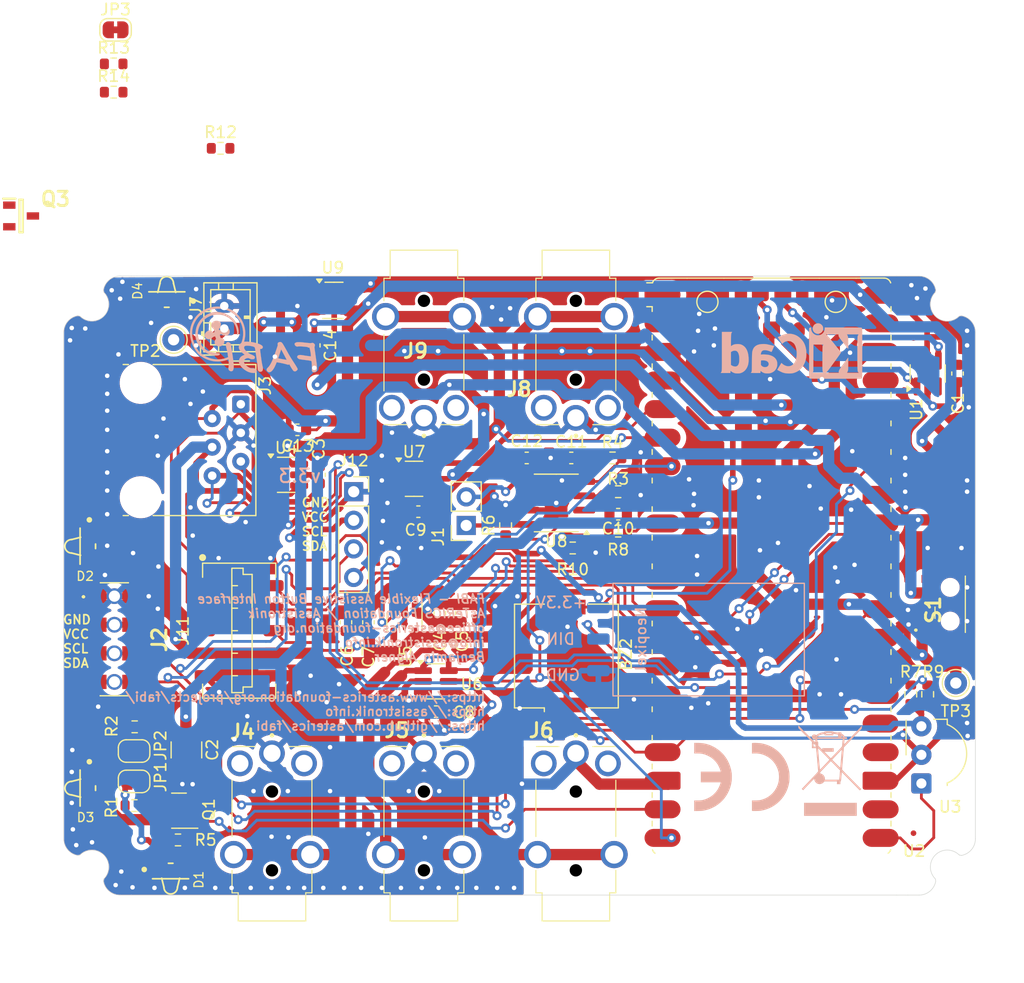
<source format=kicad_pcb>
(kicad_pcb (version 20240108) (generator "pcbnew") (generator_version "8.0")
  (layers (0 "F.Cu" signal) (31 "B.Cu" signal) (34 "B.Paste" user) (35 "F.Paste" user) (36 "B.SilkS" user "B.Silkscreen") (37 "F.SilkS" user "F.Silkscreen") (38 "B.Mask" user) (39 "F.Mask" user) (44 "Edge.Cuts" user))
  (net 0 "")
  (net 1 "GND")
  (net 2 "VCC")
  (net 3 "/BUZZER")
  (net 4 "+3.3VADC")
  (net 5 "/BUTTON1")
  (net 6 "/BUTTON2")
  (net 7 "/BUTTON3")
  (net 9 "/BUTTON4")
  (net 12 "/BUTTON5")
  (net 14 "/SCL")
  (net 15 "/SDA")
  (net 16 "/RESET")
  (net 17 "/NEOPIXEL")
  (net 18 "/SDA_INT")
  (net 19 "/SCL_INT")
  (net 20 "/MPRLS_DRDY_RES")
  (net 21 "/IR_LED")
  (net 22 "/3V3_ADC_ENABLE")
  (net 23 "/IR_TSOP")
  (net 25 "Net-(U1-GND)")
  (net 26 "Net-(D1-K)")
  (net 27 "Net-(D1-A)")
  (net 28 "Net-(D2-K)")
  (net 29 "Net-(D2-A)")
  (net 30 "Net-(D3-K)")
  (net 31 "Net-(C10-Pad2)")
  (net 32 "Net-(C11-Pad2)")
  (net 33 "Net-(J1-Pin_1)")
  (net 40 "Net-(U1-I{slash}O1)")
  (net 41 "Net-(U1-I{slash}O3)")
  (net 44 "/Audio_Signal")
  (net 45 "Net-(J1-Pin_2)")
  (net 56 "/EXT1")
  (net 57 "/EXT2")
  (net 60 "Net-(U8-IN+)")
  (net 61 "Net-(U8-IN-)")
  (net 62 "/Audio_SD")
  (net 66 "VSYS")
  (net 67 "Net-(C10-Pad1)")
  (net 68 "V_BATT")
  (net 69 "V_PWR_SWITCH")
  (net 70 "Net-(U9-PROG)")
  (net 71 "Net-(JP3-A)")
  (net 73 "CHARGE_STAT")
  (net 74 "/V_BATT_PIN")
  (net 75 "V_BATT_MEASURE")
  (net 76 "/LPW1/V_BATT_PIN")
  (footprint "Resistor_SMD:R_0603_1608Metric" (layer "F.Cu") (at 162.5 121 -90)
    (property "Reference" "R7")
    (property "Value" "4k7")
  )
  (footprint "Resistor_SMD:R_0603_1608Metric" (layer "F.Cu") (at 164 121 -90)
    (property "Reference" "R9")
    (property "Value" "4k7")
  )
  (footprint "Capacitor_SMD:C_0603_1608Metric" (layer "F.Cu") (at 120.315 122.54 180)
    (property "Reference" "C8")
    (property "Value" "100n")
  )
  (footprint "FABI:91601304LF" (layer "F.Cu") (at 91.74 116.09 -90)
    (property "Reference" "J2")
    (property "Value" "display_connector_91601-304LF" (hide yes))
  )
  (footprint "Module_RaspberryPi_Pico:RaspberryPi_Pico_W_SMD" (layer "F.Cu") (at 150.13 109.63)
    (property "Reference" "U2")
    (property "Value" "SC0918 (PicoW)")
  )
  (footprint "Resistor_SMD:R_0603_1608Metric" (layer "F.Cu") (at 93.54 123.89)
    (property "Reference" "R2")
    (property "Value" "DNP")
  )
  (footprint "Resistor_SMD:R_0603_1608Metric" (layer "F.Cu") (at 93.515 130.89)
    (property "Reference" "R1")
    (property "Value" "DNP")
  )
  (footprint "FABI:FC68125" (layer "F.Cu") (at 105.74 132.84 180)
    (property "Reference" "J4")
    (property "Value" "54-00174 / FC68125" (hide yes))
  )
  (footprint "FABI:FC68125" (layer "F.Cu") (at 119.24 132.84 180)
    (property "Reference" "J5")
    (property "Value" "54-00174 / FC68125" (hide yes))
  )
  (footprint "FABI:FC68125" (layer "F.Cu") (at 132.74 132.84 180)
    (property "Reference" "J6")
    (property "Value" "54-00174 / FC68125" (hide yes))
  )
  (footprint "FABI:FC68125" (layer "F.Cu") (at 132.74 89.84)
    (property "Reference" "J8")
    (property "Value" "54-00174 / FC68125" (hide yes))
  )
  (footprint "FABI:FC68125" (layer "F.Cu") (at 119.24 89.84)
    (property "Reference" "J9")
    (property "Value" "54-00174 / FC68125" (hide yes))
  )
  (footprint "TestPoint:TestPoint_THTPad_D2.0mm_Drill1.0mm" (layer "F.Cu") (at 166.5 120)
    (property "Reference" "TP3")
    (property "Value" "TestPoint_Probe")
  )
  (footprint "Fiducial:Fiducial_0.5mm_Mask1mm" (layer "F.Cu") (at 162.74 89.34)
    (property "Reference" "FID4" (hide yes))
    (property "Value" "Fiducial" (hide yes))
  )
  (footprint "Resistor_SMD:R_0603_1608Metric" (layer "F.Cu") (at 91.675 64.99)
    (property "Reference" "R13")
    (property "Value" "100k")
  )
  (footprint "Fiducial:Fiducial_0.5mm_Mask1mm" (layer "F.Cu") (at 92.74 89.34)
    (property "Reference" "FID1" (hide yes))
    (property "Value" "Fiducial" (hide yes))
  )
  (footprint "Capacitor_SMD:C_1210_3225Metric" (layer "F.Cu") (at 98.14 125.94 -90)
    (property "Reference" "C2")
    (property "Value" "100uF/6.3V")
  )
  (footprint "FLipMouse:SFH4045N" (layer "F.Cu") (at 88.74 107.85 -90)
    (property "Reference" "D2")
    (property "Value" "SFH4045" (hide yes))
  )
  (footprint "BMS:450404015514" (layer "F.Cu") (at 166 113 -90)
    (property "Reference" "S1")
    (property "Value" "450404015514" (hide yes))
  )
  (footprint "Capacitor_SMD:C_0603_1608Metric" (layer "F.Cu") (at 120.65 113.792 90)
    (property "Reference" "C4")
    (property "Value" "1uF / >6.3V / X7R")
  )
  (footprint "FLipMouse:SFH4045N" (layer "F.Cu") (at 96.39 85.29 180)
    (property "Reference" "D4")
    (property "Value" "SFH4045" (hide yes))
  )
  (footprint "Package_TO_SOT_SMD:SC-74-6_1.55x2.9mm_P0.95mm" (layer "F.Cu") (at 164 92.5 90)
    (property "Reference" "U1")
    (property "Value" "D5V0F4U6SO")
  )
  (footprint "Package_SO:SOIC-8_3.9x4.9mm_P1.27mm" (layer "F.Cu") (at 131 104 180)
    (property "Reference" "U8")
    (property "Value" "PAM8302AAS")
  )
  (footprint "FLipMouse:SFH4045N" (layer "F.Cu") (at 96.74 137.34)
    (property "Reference" "D1")
    (property "Value" "SFH4045" (hide yes))
  )
  (footprint "Connector_PinSocket_2.54mm:PinSocket_1x02_P2.54mm_Vertical" (layer "F.Cu") (at 123 106 180)
    (property "Reference" "J1")
    (property "Value" "Conn_01x02_Pin")
  )
  (footprint "p-MOS:SOT96P240X110-3N" (layer "F.Cu") (at 83.45 78.5)
    (property "Reference" "Q3")
    (property "Value" "DMG2305UXQ-7" (hide yes))
  )
  (footprint "Resistor_SMD:R_0603_1608Metric" (layer "F.Cu") (at 91.675 67.5)
    (property "Reference" "R14")
    (property "Value" "100k")
  )
  (footprint "Fiducial:Fiducial_0.5mm_Mask1mm" (layer "F.Cu") (at 162.74 133.34)
    (property "Reference" "FID3" (hide yes))
    (property "Value" "Fiducial" (hide yes))
  )
  (footprint "Resistor_SMD:R_0603_1608Metric" (layer "F.Cu") (at 132.461 108 180)
    (property "Reference" "R10")
    (property "Value" "10k")
  )
  (footprint "Capacitor_SMD:C_0603_1608Metric" (layer "F.Cu") (at 136.5 105 180)
    (property "Reference" "C10")
    (property "Value" "1u")
  )
  (footprint "Fiducial:Fiducial_0.5mm_Mask1mm" (layer "F.Cu") (at 109.8625 115.4)
    (property "Reference" "FID5" (hide yes))
    (property "Value" "Fiducial" (hide yes))
  )
  (footprint "Capacitor_SMD:C_0603_1608Metric" (layer "F.Cu") (at 109.9625 101.5 90)
    (property "Reference" "C3")
    (property "Value" "100n")
  )
  (footprint "Jumper:SolderJumper-2_P1.3mm_Bridged_RoundedPad1.0x1.5mm" (layer "F.Cu") (at 93.49 126.04 180)
    (property "Reference" "JP2")
    (property "Value" "SolderJumper_2_Bridged" (hide yes))
  )
  (footprint "Package_TO_SOT_SMD:SOT-23-5" (layer "F.Cu") (at 117.5125 114.6 -90)
    (property "Reference" "U5")
    (property "Value" "MIC5504-3.3YM5")
  )
  (footprint "Capacitor_SMD:C_0603_1608Metric" (layer "F.Cu") (at 122.555 113.792 90)
    (property "Reference" "C5")
    (property "Value" "100n")
  )
  (footprint "FLipMouse:SFH4045N" (layer "F.Cu") (at 88.74 129.34 -90)
    (property "Reference" "D3")
    (property "Value" "SFH4045" (hide yes))
  )
  (footprint "Capacitor_SMD:C_0603_1608Metric" (layer "F.Cu") (at 108 97.5 180)
    (property "Reference" "C13")
    (property "Value" "4.7u")
  )
  (footprint "Fiducial:Fiducial_0.5mm_Mask1mm" (layer "F.Cu") (at 92.74 133.34)
    (property "Reference" "FID2" (hide yes))
    (property "Value" "Fiducial" (hide yes))
  )
  (footprint "Package_TO_SOT_SMD:SOT-23-5_HandSoldering" (layer "F.Cu") (at 111.15 86)
    (property "Reference" "U9")
    (property "Value" "MCP73831-2")
  )
  (footprint "Connector_PinSocket_2.54mm:PinSocket_1x04_P2.54mm_Vertical" (layer "F.Cu") (at 113 103)
    (property "Reference" "J12")
    (property "Value" "Conn_01x04_Socket")
  )
  (footprint "FLipMouse:009159005551906" (layer "F.Cu") (at 102.825 115.35 90)
    (property "Reference" "J11")
    (property "Value" "009159005551906")
  )
  (footprint "Capacitor_SMD:C_0603_1608Metric" (layer "F.Cu") (at 114.3125 114.6 90)
    (property "Reference" "C7")
    (property "Value" "1uF / >6.3V / X7R")
  )
  (footprint "OptoDevice:Vishay_MOLD-3Pin" (layer "F.Cu") (at 163.44 128.92 90)
    (property "Reference" "U3")
    (property "Value" "TSOP4838")
  )
  (footprint "Connector_JST:JST_PH_B2B-PH-K_1x02_P2.00mm_Vertical" (layer "F.Cu") (at 101.5 88.5 90)
    (property "Reference" "J7")
    (property "Value" "JST PH2P ST")
  )
  (footprint "NetTie:NetTie-2_SMD_Pad0.5mm" (layer "F.Cu") (at 124.325 113.157 180)
    (property "Reference" "NT2" (hide yes))
    (property "Value" "NetTie_2" (hide yes))
  )
  (footprint "Buzzer_Beeper:Buzzer_Murata_PKMCS0909E" (layer "F.Cu") (at 131.9 117.6 90)
    (property "Reference" "BZ2")
    (property "Value" "PKMCS0909E4000")
  )
  (footprint "Resistor_SMD:R_0603_1608Metric" (layer "F.Cu") (at 136.5 106.5 180)
    (property "Reference" "R8")
    (property "Value" "10k")
  )
  (footprint "Capacitor_SMD:C_0603_1608Metric" (layer "F.Cu") (at 166.65 92.5 -90)
    (property "Reference" "C1")
    (property "Value" "100n")
  )
  (footprint "Capacitor_SMD:C_0603_1608Metric" (layer "F.Cu") (at 118.745 104.775 180)
    (property "Reference" "C9")
    (property "Value" "100n")
  )
  (footprint "TestPoint:TestPoint_THTPad_D2.0mm_Drill1.0mm" (layer "F.Cu") (at 97 89.5)
    (property "Reference" "TP2")
    (property "Value" "TestPoint_Probe")
  )
  (footprint "Fiducial:Fiducial_0.5mm_Mask1mm" (layer "F.Cu") (at 126 114.6125)
    (property "Reference" "FID6" (hide yes))
    (property "Value" "Fiducial" (hide yes))
  )
  (footprint "Resistor_SMD:R_0603_1608Metric" (layer "F.Cu") (at 126.5 106 -90)
    (property "Reference" "R6")
    (property "Value" "4k7")
  )
  (footprint "Package_TO_SOT_SMD:SOT-23" (layer "F.Cu") (at 97.4775 131.34 180)
    (property "Reference" "Q1")
    (property "Value" "BSS806")
  )
  (footprint "Connector_RJ:RJ12_Amphenol_54601-x06_Horizontal" (layer "F.Cu") (at 102.97 95.23 -90)
    (property "Reference" "J3")
    (property "Value" "54601-906WPLF")
  )
  (footprint "Resistor_SMD:R_0603_1608Metric" (layer "F.Cu") (at 97.39 133.94)
    (property "Reference" "R5")
    (property "Value" "4k7")
  )
  (footprint "Jumper:SolderJumper-2_P1.3mm_Bridged_RoundedPad1.0x1.5mm" (layer "F.Cu") (at 91.845 61.96)
    (property "Reference" "JP3")
    (property "Value" "SolderJumper_2_Bridged")
  )
  (footprint "Capacitor_SMD:C_0603_1608Metric" (layer "F.Cu") (at 132.334 100)
    (property "Reference" "C11")
    (property "Value" "1u")
  )
  (footprint "Package_TO_SOT_SMD:SC-74-6_1.55x2.9mm_P0.95mm" (layer "F.Cu") (at 120.3 119.85)
    (property "Reference" "U6")
    (property "Value" "D1213A-04SO-7")
  )
  (footprint "Package_TO_SOT_SMD:SC-74-6_1.55x2.9mm_P0.95mm" (layer "F.Cu") (at 107 101.5)
    (property "Reference" "U4")
    (property "Value" "D1213A-04SO-7")
  )
  (footprint "Capacitor_SMD:C_0603_1608Metric" (layer "F.Cu") (at 128.375 100 180)
    (property "Reference" "C12")
    (property "Value" "10u")
  )
  (footprint "Resistor_SMD:R_0603_1608Metric" (layer "F.Cu") (at 101.175 72.49)
    (property "Reference" "R12")
    (property "Value" "3k3")
  )
  (footprint "Jumper:SolderJumper-2_P1.3mm_Bridged_RoundedPad1.0x1.5mm" (layer "F.Cu") (at 93.49 128.74 180)
    (property "Reference" "JP1")
    (property "Value" "SolderJumper_2_Bridged" (hide yes))
  )
  (footprint "Resistor_SMD:R_0603_1608Metric" (layer "F.Cu") (at 136.5 103)
    (property "Reference" "R3")
    (property "Value" "100")
  )
  (footprint "Package_TO_SOT_SMD:SC-74-6_1.55x2.9mm_P0.95mm" (layer "F.Cu") (at 118.364 101.854)
    (property "Reference" "U7")
    (property "Value" "D1213A-04SO-7")
  )
  (footprint "Capacitor_SMD:C_0603_1608Metric" (layer "F.Cu") (at 109.5 90 -90)
    (property "Reference" "C14")
    (property "Value" "4.7u")
  )
  (footprint "Capacitor_SMD:C_0603_1608Metric" (layer "F.Cu") (at 112.3125 114.6 90)
    (property "Reference" "C6")
    (property "Value" "100n")
  )
  (footprint "Resistor_SMD:R_0603_1608Metric" (layer "F.Cu") (at 136 100 180)
    (property "Reference" "R4")
    (property "Value" "100")
  )
  (footprint "FABI:SolderWirePad_1x01_SMD_1x2mm_NOPASTE" (layer "B.Cu") (at 134.74 116.09 -90)
    (property "Reference" "J11_data1" (hide yes))
    (property "Value" "Conn_01x01_Male" (hide yes))
  )
  (footprint "FABI:SolderWirePad_1x01_SMD_1x2mm_NOPASTE" (layer "B.Cu") (at 134.74 118.9 -90)
    (property "Reference" "J11_GND1" (hide yes))
    (property "Value" "Conn_01x01_Male" (hide yes))
  )
  (footprint "FABI:SolderWirePad_1x01_SMD_1x2mm_NOPASTE" (layer "B.Cu") (at 134.74 113.3 -90)
    (property "Reference" "J11_VDD1" (hide yes))
    (property "Value" "Conn_01x01_Male" (hide yes))
  )
  (footprint "Symbol:KiCad-Logo_5mm_SilkScreen" (layer "B.Cu") (at 151.905698 91.017938 180)
    (property "Reference" "LOGO2" (hide yes))
    (property "Value" "Logo_KiCAD" (hide yes))
  )
  (footprint "Symbol:CE-Logo_8.5x6mm_SilkScreen" (layer "B.Cu") (at 147.49 128.34 180)
    (property "Reference" "LOGO3" (hide yes))
    (property "Value" "Logo_CE" (hide yes))
  )
  (footprint "FABI:FABI_Logo_s" (layer "B.Cu") (at 104.040099 89.128395 180)
    (property "Reference" "LOGO1" (hide yes))
    (property "Value" "Logo_FABI" (hide yes))
  )
  (footprint "Symbol:WEEE-Logo_5.6x8mm_SilkScreen" (layer "B.Cu") (at 155.34 127.79 180)
    (property "Reference" "LOGO4" (hide yes))
    (property "Value" "Logo_WEEE" (hide yes))
  )
  (gr_rect (start 136.04 111.14) (end 153.04 121.14) (stroke (width 0.12)) (fill none) (layer "B.SilkS"))
  (gr_line (start 87.24 133.84) (end 87.24 89.84) (stroke (width 0.05)) (layer "Edge.Cuts"))
  (gr_line (start 87.24 89.34) (end 87.24 89.84) (stroke (width 0.05)) (layer "Edge.Cuts"))
  (gr_line (start 94.24 83.84) (end 93.74 83.84) (stroke (width 0.05)) (layer "Edge.Cuts"))
  (gr_line (start 90.80066 137.40066) (end 90.762788 137.600472) (stroke (width 0.05)) (layer "Edge.Cuts"))
  (gr_line (start 88.479528 135.317212) (end 88.67934 135.27934) (stroke (width 0.05)) (layer "Edge.Cuts"))
  (gr_line (start 164.717212 137.600472) (end 164.67934 137.40066) (stroke (width 0.05)) (layer "Edge.Cuts"))
  (gr_line (start 166.80066 135.27934) (end 167.000472 135.317212) (stroke (width 0.05)) (layer "Edge.Cuts"))
  (gr_arc (start 90.762788 85.079528) (mid 91.275818 84.190933) (end 92.24 83.84) (stroke (width 0.05)) (layer "Edge.Cuts"))
  (gr_arc (start 87.24 88.84) (mid 87.590933 87.875818) (end 88.479528 87.362788) (stroke (width 0.05)) (layer "Edge.Cuts"))
  (gr_arc (start 91.24 86.34) (mid 90.314025 87.725819) (end 88.67934 87.40066) (stroke (width 0.05)) (layer "Edge.Cuts"))
  (gr_line (start 88.67934 87.40066) (end 88.479528 87.362788) (stroke (width 0.05)) (layer "Edge.Cuts"))
  (gr_arc (start 90.80066 85.27934) (mid 91.125819 85.765975) (end 91.24 86.34) (stroke (width 0.05)) (layer "Edge.Cuts"))
  (gr_line (start 90.762788 85.079528) (end 90.80066 85.27934) (stroke (width 0.05)) (layer "Edge.Cuts"))
  (gr_line (start 87.24 89.34) (end 87.24 88.84) (stroke (width 0.05)) (layer "Edge.Cuts"))
  (gr_line (start 93.24 83.84) (end 93.74 83.84) (stroke (width 0.05)) (layer "Edge.Cuts"))
  (gr_line (start 161.24 83.84) (end 162.24 83.84) (stroke (width 0.05)) (layer "Edge.Cuts"))
  (gr_line (start 161.24 138.84) (end 162.24 138.84) (stroke (width 0.05)) (layer "Edge.Cuts"))
  (gr_line (start 93.24 138.84) (end 92.24 138.84) (stroke (width 0.05)) (layer "Edge.Cuts"))
  (gr_line (start 93.24 83.84) (end 92.24 83.84) (stroke (width 0.05)) (layer "Edge.Cuts"))
  (gr_arc (start 166.80066 87.40066) (mid 166.314025 87.725819) (end 165.74 87.84) (stroke (width 0.05)) (layer "Edge.Cuts"))
  (gr_line (start 167.000472 87.362788) (end 166.80066 87.40066) (stroke (width 0.05)) (layer "Edge.Cuts"))
  (gr_line (start 162.24 83.84) (end 163.24 83.84) (stroke (width 0.05)) (layer "Edge.Cuts"))
  (gr_line (start 162.24 138.84) (end 163.24 138.84) (stroke (width 0.05)) (layer "Edge.Cuts"))
  (gr_arc (start 88.67934 135.27934) (mid 90.314025 134.954181) (end 91.24 136.34) (stroke (width 0.05)) (layer "Edge.Cuts"))
  (gr_arc (start 91.24 136.34) (mid 91.125819 136.914025) (end 90.80066 137.40066) (stroke (width 0.05)) (layer "Edge.Cuts"))
  (gr_arc (start 164.24 136.34) (mid 165.165975 134.954181) (end 166.80066 135.27934) (stroke (width 0.05)) (layer "Edge.Cuts"))
  (gr_line (start 98.74 83.84) (end 94.24 83.84) (stroke (width 0.05)) (layer "Edge.Cuts"))
  (gr_arc (start 164.67934 137.40066) (mid 164.354181 136.914025) (end 164.24 136.34) (stroke (width 0.05)) (layer "Edge.Cuts"))
  (gr_arc (start 168.24 133.84) (mid 167.889067 134.804182) (end 167.000472 135.317212) (stroke (width 0.05)) (layer "Edge.Cuts"))
  (gr_arc (start 164.717212 137.600472) (mid 164.204182 138.489067) (end 163.24 138.84) (stroke (width 0.05)) (layer "Edge.Cuts"))
  (gr_arc (start 165.74 87.84) (mid 164.354181 86.914025) (end 164.67934 85.27934) (stroke (width 0.05)) (layer "Edge.Cuts"))
  (gr_arc (start 88.479528 135.317212) (mid 87.590933 134.804182) (end 87.24 133.84) (stroke (width 0.05)) (layer "Edge.Cuts"))
  (gr_arc (start 92.24 138.84) (mid 91.275818 138.489067) (end 90.762788 137.600472) (stroke (width 0.05)) (layer "Edge.Cuts"))
  (gr_arc (start 167.000472 87.362788) (mid 167.889067 87.875818) (end 168.24 88.84) (stroke (width 0.05)) (layer "Edge.Cuts"))
  (gr_line (start 93.24 138.84) (end 161.24 138.84) (stroke (width 0.05)) (layer "Edge.Cuts"))
  (gr_line (start 164.67934 85.27934) (end 164.717212 85.079528) (stroke (width 0.05)) (layer "Edge.Cuts"))
  (gr_arc (start 163.24 83.84) (mid 164.204182 84.190933) (end 164.717212 85.079528) (stroke (width 0.05)) (layer "Edge.Cuts"))
  (gr_line (start 168.24 88.84) (end 168.24 133.84) (stroke (width 0.05)) (layer "Edge.Cuts"))
  (gr_line (start 161.24 83.84) (end 98.74 83.84) (stroke (width 0.05)) (layer "Edge.Cuts"))
  (gr_text "Neopixel" (at 138.532 116.098 90) (layer "B.SilkS") (effects (font (size 0.9 0.9)) (justify mirror)))
  (gr_text "+3.3V" (at 131.445 112.84 0) (layer "B.SilkS") (effects (font (size 1 1)) (justify mirror)))
  (gr_text "GND" (at 131.59 119.29 0) (layer "B.SilkS") (effects (font (size 1 1)) (justify mirror)))
  (gr_text "DIN" (at 131.39 116.09 0) (layer "B.SilkS") (effects (font (size 1 1)) (justify mirror)))
  (gr_text "FABI - Flexible Assistive Button Interface\nAsTeRICS Foundation / Assistronik\noffice@asterics-foundation.org\ninfo@assistronik.info\nBenjamin Aigner" (at 124.8 115.1 0) (layer "B.SilkS") (effects (font (size 0.8 0.8) (thickness 0.15) (italic yes)) (justify left mirror)))
  (gr_text "v3.3" (at 108.2 101.6 0) (layer "B.SilkS") (effects (font (size 1.2 1.2) (thickness 0.18)) (justify mirror)))
  (gr_text "https://www.asterics-foundation.org/projects/fabi/\nhttps://assistronik.info\nhttps://github.com/asterics/fabi" (at 124.775 122.525 0) (layer "B.SilkS") (effects (font (size 0.8 0.8) (thickness 0.15) (bold yes)) (justify left mirror)))
  (gr_text "GND\nVCC\nSCL\nSDA" (at 87.1 118.7 0) (layer "F.SilkS") (effects (font (size 0.8 0.8)) (justify left bottom)))
  (gr_text "GND\nVCC\nSCL\nSDA" (at 108.3 108.3 0) (layer "F.SilkS") (effects (font (size 0.8 0.8)) (justify left bottom)))
  (segment (start 157.1 117.9) (end 155.9 117.9) (width 1) (layer "F.Cu") (net 1))
  (segment (start 107.91005 105.5) (end 110.5 105.5) (width 0.5) (layer "F.Cu") (net 1))
  (segment (start 141.22 103.3) (end 141.24 103.28) (width 0.5) (layer "F.Cu") (net 1))
  (segment (start 114.3125 113.4875) (end 114.3125 113.825) (width 0.5) (layer "F.Cu") (net 1))
  (segment (start 108.002082 99.8) (end 107.126041 98.923959) (width 0.5) (layer "F.Cu") (net 1))
  (segment (start 98.415 130.39) (end 98.415 129.615) (width 0.5) (layer "F.Cu") (net 1))
  (segment (start 140.9375 128.9825) (end 134.826811 128.9825) (width 1) (layer "F.Cu") (net 1))
  (segment (start 90.34 112.28) (end 93.14 112.28) (width 0.5) (layer "F.Cu") (net 1))
  (segment (start 128.065 104.175) (end 128.525 104.635) (width 0.25) (layer "F.Cu") (net 1))
  (segment (start 138.5 99.5) (end 138.5 103.3) (width 0.25) (layer "F.Cu") (net 1))
  (segment (start 108.5 86) (end 109.8 86) (width 0.5) (layer "F.Cu") (net 1))
  (segment (start 93.14 112.28) (end 94.78 112.28) (width 0.5) (layer "F.Cu") (net 1))
  (segment (start 143.6 88.7) (end 143.7 88.7) (width 0.5) (layer "F.Cu") (net 1))
  (segment (start 117.9 121.55) (end 117.9 121.556498) (width 0.5) (layer "F.Cu") (net 1))
  (segment (start 117.55 121.3) (end 117.643502 121.3) (width 0.5) (layer "F.Cu") (net 1))
  (segment (start 117.9 121.556498) (end 118.883502 122.54) (width 0.5) (layer "F.Cu") (net 1))
  (segment (start 116.2045 111.5955) (end 114.3125 113.4875) (width 1) (layer "F.Cu") (net 1))
  (segment (start 104.1 98.9) (end 102.97 97.77) (width 0.5) (layer "F.Cu") (net 1))
  (segment (start 94.78 112.28) (end 94.79 112.29) (width 0.5) (layer "F.Cu") (net 1))
  (segment (start 122.555 113.017) (end 123.685 113.017) (width 1) (layer "F.Cu") (net 1))
  (segment (start 141.24 128.68) (end 140.9375 128.9825) (width 1) (layer "F.Cu") (net 1))
  (segment (start 110.5 105.5) (end 113 103) (width 0.5) (layer "F.Cu") (net 1))
  (segment (start 98.14 127.415) (end 98.14 128.617904) (width 1) (layer "F.Cu") (net 1))
  (segment (start 114.0875 113.6) (end 111.7 113.6) (width 1) (layer "F.Cu") (net 1))
  (segment (start 114.3125 113.825) (end 114.0875 113.6) (width 1) (layer "F.Cu") (net 1))
  (segment (start 117.55 120.4) (end 117.55 120.65) (width 0.5) (layer "F.Cu") (net 1))
  (segment (start 109.9125 92) (end 111 90.9125) (width 0.5) (layer "F.Cu") (net 1))
  (segment (start 117.5 120.7) (end 117.55 120.75) (width 0.5) (layer "F.Cu") (net 1))
  (segment (start 132.74 126.895689) (end 132.74 126.24) (width 1) (layer "F.Cu") (net 1))
  (segment (start 124.825 113.157) (end 125.557 113.157) (width 0.5) (layer "F.Cu") (net 1))
  (segment (start 131.5 107.864) (end 131.636 108) (width 0.25) (layer "F.Cu") (net 1))
  (segment (start 165.22 124.6) (end 167.45 124.6) (width 0.5) (layer "F.Cu") (net 1))
  (segment (start 104.644723 101.5) (end 105.85 101.5) (width 0.5) (layer "F.Cu") (net 1))
  (segment (start 98.14 129.34) (end 98.415 129.615) (width 1) (layer "F.Cu") (net 1))
  (segment (start 141.24 115.98) (end 143.48 115.98) (width 1) (layer "F.Cu") (net 1))
  (segment (start 117.517 111.6) (end 117.5125 111.5955) (width 0.5) (layer "F.Cu") (net 1))
  (segment (start 104.18 101.035277) (end 104.644723 101.5) (width 0.5) (layer "F.Cu") (net 1))
  (segment (start 109.775 100) (end 109.775 100.5375) (width 0.5) (layer "F.Cu") (net 1))
  (segment (start 167.45 124.6) (end 167.55 124.7) (width 0.5) (layer "F.Cu") (net 1))
  (segment (start 163.44 126.38) (end 165.22 124.6) (width 0.5) (layer "F.Cu") (net 1))
  (segment (start 134.5 97.5) (end 133.44 96.44) (width 0.8) (layer "F.Cu") (net 1))
  (segment (start 111.7 113.6) (end 111.6 113.7) (width 1) (layer "F.Cu") (net 1))
  (segment (start 107.19 105.96137) (end 107.44868 105.96137) (width 0.5) (layer "F.Cu") (net 1))
  (segment (start 141.24 90.58) (end 137.72 90.58) (width 1) (layer "F.Cu") (net 1))
  (segment (start 98.69 128.99) (end 98.512096 128.99) (width 1) (layer "F.Cu") (net 1))
  (segment (start 117.55 120.75) (end 117.55 121.3) (width 0.5) (layer "F.Cu") (net 1))
  (segment (start 159.02 115.98) (end 160.78 115.98) (width 0.5) (layer "F.Cu") (net 1))
  (segment (start 121.4 113.017) (end 122.555 113.017) (width 1) (layer "F.Cu") (net 1))
  (segment (start 104.1 98.9) (end 104.18 98.98) (width 0.5) (layer "F.Cu") (net 1))
  (segment (start 118.1 119.85) (end 117.55 120.4) (width 0.5) (layer "F.Cu") (net 1))
  (segment (start 161.8 124.74) (end 163.44 126.38) (width 0.5) (layer "F.Cu") (net 1))
  (segment (start 160.93 103.28) (end 159.02 103.28) (width 0.5) (layer "F.Cu") (net 1))
  (segment (start 108 86.5) (end 108.5 86) (width 0.5) (layer "F.Cu") (net 1))
  (segment (start 134.826811 128.9825) (end 132.74 126.895689) (width 1) (layer "F.Cu") (net 1))
  (segment (start 117.893502 121.55) (end 117.9 121.55) (width 0.5) (layer "F.Cu") (net 1))
  (segment (start 111.575 113.825) (end 112.3125 113.825) (width 1) (layer "F.Cu") (net 1))
  (segment (start 123.685 113.017) (end 123.825 113.157) (width 0.5) (layer "F.Cu") (net 1))
  (segment (start 109.252684 100) (end 109.052684 99.8) (width 0.5) (layer "F.Cu") (net 1))
  (segment (start 141.24 103.28) (end 143.15 103.28) (width 0.5) (layer "F.Cu") (net 1))
  (segment (start 161.96 114.8) (end 160.78 115.98) (width 1) (layer "F.Cu") (net 1))
  (segment (start 133.44 96.44) (end 132.74 96.44) (width 0.8) (layer "F.Cu") (net 1))
  (segment (start 98.69 128.99) (end 98.14 129.34) (width 1) (layer "F.Cu") (net 1))
  (segment (start 117.5125 111.5955) (end 117.5125 113.4625) (width 0.5) (layer "F.Cu") (net 1))
  (segment (start 99.775 119.35) (end 105.875 119.35) (width 1) (layer "F.Cu") (net 1))
  (segment (start 111 114.4) (end 111.575 113.825) (width 1) (layer "F.Cu") (net 1))
  (segment (start 159.04 103.3) (end 159.02 103.28) (width 0.25) (layer "F.Cu") (net 1))
  (segment (start 118.883502 122.54) (end 119.54 122.54) (width 0.5) (layer "F.Cu") (net 1))
  (segment (start 98.415 130.874251) (end 98.415 130.39) (width 0.25) (layer "F.Cu") (net 1))
  (segment (start 131.5 107) (end 131.5 107.864) (width 0.25) (layer "F.Cu") (net 1))
  (segment (start 105.875 119.35) (end 109.175 119.35) (width 1) (layer "F.Cu") (net 1))
  (segment (start 126.5 104.175) (end 128.065 104.175) (width 0.25) (layer "F.Cu") (net 1))
  (segment (start 159.02 115.98) (end 157.1 117.9) (width 1) (layer "F.Cu") (net 1))
  (segment (start 104.18 98.98) (end 104.18 101.035277) (width 0.5) (layer "F.Cu") (net 1))
  (segment (start 163.44 126.38) (end 161.14 128.68) (width 0.5) (layer "F.Cu") (net 1))
  (segment (start 158.98 90.54) (end 159.02 90.58) (width 0.5) (layer "F.Cu") (net 1))
  (segment (start 162.05 104.4) (end 160.93 103.28) (width 0.5) (layer "F.Cu") (net 1))
  (segment (start 96.565 132.724251) (end 98.415 130.874251) (width 0.25) (layer "F.Cu") (net 1))
  (segment (start 98.14 128.617904) (end 97.778952 128.978952) (width 1) (layer "F.Cu") (net 1))
  (segment (start 161.8 124.6) (end 161.8 124.74) (width 0.5) (layer "F.Cu") (net 1))
  (segment (start 120.7125 112.9655) (end 119.347 111.6) (width 1) (layer "F.Cu") (net 1))
  (segment (start 143.2 90.58) (end 143.24 90.54) (width 0.5) (layer "F.Cu") (net 1))
  (segment (start 98.512096 128.99) (end 98.14 128.617904) (width 1) (layer "F.Cu") (net 1))
  (segment (start 109.052684 99.8) (end 108.002082 99.8) (width 0.5) (layer "F.Cu") (net 1))
  (segment (start 119.347 111.6) (end 117.517 111.6) (width 1) (layer "F.Cu") (net 1))
  (segment (start 109.775 114.4) (end 111 114.4) (width 1) (layer "F.Cu") (net 1))
  (segment (start 96.565 133.94) (end 96.565 132.724251) (width 0.25) (layer "F.Cu") (net 1))
  (segment (start 117.643502 121.3) (end 117.893502 121.55) (width 0.5) (layer "F.Cu") (net 1))
  (segment (start 137.72 90.58) (end 137.7 90.6) (width 0.5) (layer "F.Cu") (net 1))
  (segment (start 143.15 103.28) (end 143.24 103.19) (width 0.5) (layer "F.Cu") (net 1))
  (segment (start 107.44868 105.96137) (end 107.91005 105.5) (width 0.5) (layer "F.Cu") (net 1))
  (segment (start 98.415 129.615) (end 97.778952 128.978952) (width 0.25) (layer "F.Cu") (net 1))
  (segment (start 138.5 103.3) (end 141.22 103.3) (width 1) (layer "F.Cu") (net 1))
  (segment (start 117.5125 111.5955) (end 116.2045 111.5955) (width 1) (layer "F.Cu") (net 1))
  (segment (start 117.55 120.65) (end 117.5 120.7) (width 0.5) (layer "F.Cu") (net 1))
  (segment (start 109.5 92) (end 109.5 90.8625) (width 0.5) (layer "F.Cu") (net 1))
  (segment (start 125.557 113.157) (end 125.5625 113.1625) (width 0.5) (layer "F.Cu") (net 1))
  (segment (start 109.5 92) (end 109.9125 92) (width 0.5) (layer "F.Cu") (net 1))
  (segment (start 119.1625 119.85) (end 118.1 119.85) (width 0.5) (layer "F.Cu") (net 1))
  (segment (start 162.3 114.8) (end 161.96 114.8) (width 1) (layer "F.Cu") (net 1))
  (segment (start 141.24 90.58) (end 143.2 90.58) (width 0.5) (layer "F.Cu") (net 1))
  (segment (start 109.775 100.5375) (end 109.9625 100.725) (width 0.5) (layer "F.Cu") (net 1))
  (segment (start 126.5 104.175) (end 126.5 105.175) (width 0.25) (layer "F.Cu") (net 1))
  (segment (start 109.775 100) (end 109.252684 100) (width 0.5) (layer "F.Cu") (net 1))
  (segment (start 161.14 128.68) (end 159.02 128.68) (width 0.5) (layer "F.Cu") (net 1))
  (via (at 164 108) (size 0.8) (drill 0.4) (layers "F.Cu" "B.Cu") (net 1))
  (via (at 134.5 97.5) (size 0.8) (drill 0.4) (layers "F.Cu" "B.Cu") (net 1))
  (via (at 110.9 129.6) (size 0.8) (drill 0.4) (layers "F.Cu" "B.Cu") (net 1))
  (via (at 167.5 114.5) (size 0.8) (drill 0.4) (layers "F.Cu" "B.Cu") (net 1))
  (via (at 162.05 104.4) (size 0.8) (drill 0.4) (layers "F.Cu" "B.Cu") (net 1))
  (via (at 149 102) (size 0.8) (drill 0.4) (layers "F.Cu" "B.Cu") (net 1))
  (via (at 98.5 95.2) (size 0.8) (drill 0.4) (layers "F.Cu" "B.Cu") (net 1))
  (via (at 99 85) (size 0.8) (drill 0.4) (layers "F.Cu" "B.Cu") (net 1))
  (via (at 90.9 110.4) (size 0.8) (drill 0.4) (layers "F.Cu" "B.Cu") (net 1))
  (via (at 103.85 138.2) (size 0.8) (drill 0.4) (layers "F.Cu" "B.Cu") (net 1))
  (via (at 127.95 128.95) (size 0.8) (drill 0.4) (layers "F.Cu" "B.Cu") (net 1))
  (via (at 114.3 133.4) (size 0.8) (drill 0.4) (layers "F.Cu" "B.Cu") (net 1))
  (via (at 91.85 137.95) (size 0.8) (drill 0.4) (layers "F.Cu" "B.Cu") (net 1))
  (via (at 107.2 138.2) (size 0.8) (drill 0.4) (layers "F.Cu" "B.Cu") (net 1))
  (via (at 87.8 89.55) (size 0.8) (drill 0.4) (layers "F.Cu" "B.Cu") (net 1))
  (via (at 91.1 107.8) (size 0.8) (drill 0.4) (layers "F.Cu" "B.Cu") (net 1))
  (via (at 110.6 121.7) (size 0.8) (drill 0.4) (layers "F.Cu" "B.Cu") (net 1))
  (via (at 149.6 96.7) (size 0.8) (drill 0.4) (layers "F.Cu" "B.Cu") (net 1))
  (via (at 156.3 121) (size 0.8) (drill 0.4) (layers "F.Cu" "B.Cu") (net 1))
  (via (at 162.3 114.8) (size 0.8) (drill 0.4) (layers "F.Cu" "B.Cu") (net 1))
  (via (at 134.9 125.1) (size 0.8) (drill 0.4) (layers "F.Cu" "B.Cu") (net 1))
  (via (at 88.35 134.4) (size 0.8) (drill 0.4) (layers "F.Cu" "B.Cu") (net 1))
  (via (at 125.3 86.6) (size 0.8) (drill 0.4) (layers "F.Cu" "B.Cu") (net 1))
  (via (at 151.8 96.8) (size 0.8) (drill 0.4) (layers "F.Cu" "B.Cu") (net 1))
  (via (at 91.1 99.4) (size 0.8) (drill 0.4) (layers "F.Cu" "B.Cu") (net 1))
  (via (at 147.1 115.2) (size 0.8) (drill 0.4) (layers "F.Cu" "B.Cu") (net 1))
  (via (at 110.3 138.2) (size 0.8) (drill 0.4) (layers "F.Cu" "B.Cu") (net 1))
  (via (at 167.5 102) (size 0.8) (drill 0.4) (layers "F.Cu" "B.Cu") (net 1))
  (via (at 105.6 108.9) (size 0.8) (drill 0.4) (layers "F.Cu" "B.Cu") (net 1))
  (via (at 116 104) (size 0.8) (drill 0.4) (layers "F.Cu" "B.Cu") (net 1))
  (via (at 93.4 108.45) (size 0.8) (drill 0.4) (layers "F.Cu" "B.Cu") (net 1))
  (via (at 98 93) (size 0.8) (drill 0.4) (layers "F.Cu" "B.Cu") (net 1))
  (via (at 107.15 129.6) (size 0.8) (drill 0.4) (layers "F.Cu" "B.Cu") (net 1))
  (via (at 138.5 99.5) (size 0.8) (drill 0.4) (layers "F.Cu" "B.Cu") (net 1))
  (via (at 115.5 99.8) (size 0.8) (drill 0.4) (layers "F.Cu" "B.Cu") (net 1))
  (via (at 143.51 108.712) (size 0.8) (drill 0.4) (layers "F.Cu" "B.Cu") (net 1))
  (via (at 156 111) (size 0.8) (drill 0.4) (layers "F.Cu" "B.Cu") (net 1))
  (via (at 167.55 124.7) (size 0.8) (drill 0.4) (layers "F.Cu" "B.Cu") (net 1))
  (via (at 157.3 99.4) (size 0.8) (drill 0.4) (layers "F.Cu" "B.Cu") (net 1))
  (via (at 103.55 122.95) (size 0.8) (drill 0.4) (layers "F.Cu" "B.Cu") (net 1))
  (via (at 98 138.2) (size 0.8) (drill 0.4) (layers "F.Cu" "B.Cu") (net 1))
  (via (at 162.25 113.5) (size 0.8) (drill 0.4) (layers "F.Cu" "B.Cu") (net 1))
  (via (at 108.6 138.2) (size 0.8) (drill 0.4) (layers "F.Cu" "B.Cu") (net 1))
  (via (at 143.7 87.2) (size 0.8) (drill 0.4) (layers "F.Cu" "B.Cu") (net 1))
  (via (at 167 108) (size 0.8) (drill 0.4) (layers "F.Cu" "B.Cu") (net 1))
  (via (at 89.15 88.5) (size 0.8) (drill 0.4) (layers "F.Cu" "B.Cu") (net 1))
  (via (at 131 104) (size 0.8) (drill 0.4) (layers "F.Cu" "B.Cu") (net 1))
  (via (at 117 108) (size 0.8) (drill 0.4) (layers "F.Cu" "B.Cu") (net 1))
  (via (at 149.2 117.1) (size 0.8) (drill 0.4) (layers "F.Cu" "B.Cu") (net 1))
  (via (at 120.55 138.2) (size 0.8) (drill 0.4) (layers "F.Cu" "B.Cu") (net 1))
  (via (at 96.1 96.5) (size 0.8) (drill 0.4) (layers "F.Cu" "B.Cu") (net 1))
  (via (at 126.9 86.7) (size 0.8) (drill 0.4) (layers "F.Cu" "B.Cu") (net 1))
  (via (at 92.45 84.35) (size 0.8) (drill 0.4) (layers "F.Cu" "B.Cu") (net 1))
  (via (at 91.1 102.9) (size 0.8) (drill 0.4) (layers "F.Cu" "B.Cu") (net 1))
  (via (at 162.55 84.65) (size 0.8) (drill 0.4) (layers "F.Cu" "B.Cu") (net 1))
  (via (at 91.1 95.8) (size 0.8) (drill 0.4) (layers "F.Cu" "B.Cu") (net 1))
  (via (at 137.9 121.45) (size 0.8) (drill 0.4) (layers "F.Cu" "B.Cu") (net 1))
  (via (at 87.95 88.45) (size 0.8) (drill 0.4) (layers "F.Cu" "B.Cu") (net 1))
  (via (at 112.15 138.2) (size 0.8) (drill 0.4) (layers "F.Cu" "B.Cu") (net 1))
  (via (at 92.1 90.8) (size 0.8) (drill 0.4) (layers "F.Cu" "B.Cu") (net 1))
  (via (at 98.7 106.9) (size 0.8) (drill 0.4) (layers "F.Cu" "B.Cu") (net 1))
  (via (at 110.9 125.7) (size 0.8) (drill 0.4) (layers "F.Cu" "B.Cu") (net 1))
  (via (at 167.5 88.7) (size 0.8) (drill 0.4) (layers "F.Cu" "B.Cu") (net 1))
  (via (at 101.05 120.8) (size 0.8) (drill 0.4) (layers "F.Cu" "B.Cu") (net 1))
  (via (at 117.9 129.6) (size 0.8) (drill 0.4) (layers "F.Cu" "B.Cu") (net 1))
  (via (at 105.7 138.2) (size 0.8) (drill 0.4) (layers "F.Cu" "B.Cu") (net 1))
  (via (at 122.2 138.2) (size 0.8) (drill 0.4) (layers "F.Cu" "B.Cu") (net 1))
  (via (at 106 91) (size 0.8) (drill 0.4) (layers "F.Cu" "B.Cu") (net 1))
  (via (at 117.5 90.5) (size 0.8) (drill 0.4) (layers "F.Cu" "B.Cu") (net 1))
  (via (at 103.4 105.7) (size 0.8) (drill 0.4) (layers "F.Cu" "B.Cu") (net 1))
  (via (at 143 122.2) (size 0.8) (drill 0.4) (layers "F.Cu" "B.Cu") (net 1))
  (via (at 95 88) (size 0.8) (drill 0.4) (layers "F.Cu" "B.Cu") (net 1))
  (via (at 162 103) (size 0.8) (drill 0.4) (layers "F.Cu" "B.Cu") (net 1))
  (via (at 109.775 100) (size 0.8) (drill 0.4) (layers "F.Cu" "B.Cu") (net 1))
  (via (at 100.7 138.2) (size 0.8) (drill 0.4) (layers "F.Cu" "B.Cu") (net 1))
  (via (at 88 125.95) (size 0.8) (drill 0.4) (layers "F.Cu" "B.Cu") (net 1))
  (via (at 157.1 90.65) (size 0.8) (drill 0.4) (layers "F.Cu" "B.Cu") (net 1))
  (via (at 119.05 138.2) (size 0.8) (drill 0.4) (layers "F.Cu" "B.Cu") (net 1))
  (via (at 130.5 100) (size 0.8) (drill 0.4) (layers "F.Cu" "B.Cu") (net 1))
  (via (at 167.5 103) (size 0.8) (drill 0.4) (layers "F.Cu" "B.Cu") (net 1))
  (via (at 88.05 133) (size 0.8) (drill 0.4) (layers "F.Cu" "B.Cu") (net 1))
  (via (at 97.778952 128.978952) (size 0.8) (drill 0.4) (layers "F.Cu" "B.Cu") (net 1))
  (via (at 95.6 99.8) (size 0.8) (drill 0.4) (layers "F.Cu" "B.Cu") (net 1))
  (via (at 101 108.9) (size 0.8) (drill 0.4) (layers "F.Cu" "B.Cu") (net 1))
  (via (at 91.1 101.3) (size 0.8) (drill 0.4) (layers "F.Cu" "B.Cu") (net 1))
  (via (at 104.1 98.9) (size 0.8) (drill 0.4) (layers "F.Cu" "B.Cu") (net 1))
  (via (at 155.5 86) (size 0.8) (drill 0.4) (layers "F.Cu" "B.Cu") (net 1))
  (via (at 157.2 104.6) (size 0.8) (drill 0.4) (layers "F.Cu" "B.Cu") (net 1))
  (via (at 117.2 138.2) (size 0.8) (drill 0.4) (layers "F.Cu" "B.Cu") (net 1))
  (via (at 162 101.5) (size 0.8) (drill 0.4) (layers "F.Cu" "B.Cu") (net 1))
  (via (at 145 90) (size 0.8) (drill 0.4) (layers "F.Cu" "B.Cu") (net 1))
  (via (at 104.1 129.6) (size 0.8) (drill 0.4) (layers "F.Cu" "B.Cu") (net 1))
  (via (at 98.5 87.5) (size 0.8) (drill 0.4) (layers "F.Cu" "B.Cu") (net 1))
  (via (at 123.9 138.2) (size 0.8) (drill 0.4) (layers "F.Cu" "B.Cu") (net 1))
  (via (at 87.95 130.65) (size 0.8) (drill 0.4) (layers "F.Cu" "B.Cu") (net 1))
  (via (at 127.75 122.25) (size 0.8) (drill 0.4) (layers "F.Cu" "B.Cu") (net 1))
  (via (at 115.6 105.6) (size 0.8) (drill 0.4) (layers "F.Cu" "B.Cu") (net 1))
  (via (at 105.7 133.65) (size 0.8) (drill 0.4) (layers "F.Cu" "B.Cu") (net 1))
  (via (at 91.5 85.1) (size 0.8) (drill 0.4) (layers "F.Cu" "B.Cu") (net 1))
  (via (at 154.4 121) (size 0.8) (drill 0.4) (layers "F.Cu" "B.Cu") (net 1))
  (via (at 111.7 120.1) (size 0.8) (drill 0.4) (layers "F.Cu" "B.Cu") (net 1))
  (via (at 143.24 103.19) (size 0.8) (drill 0.4) (layers "F.Cu" "B.Cu") (net 1))
  (via (at 107.126041 98.923959) (size 0.8) (drill 0.4) (layers "F.Cu" "B.Cu") (net 1))
  (via (at 91.1 97.5) (size 0.8) (drill 0.4) (layers "F.Cu" "B.Cu") (net 1))
  (via (at 102.15 138.2) (size 0.8) (drill 0.4) (layers "F.Cu" "B.Cu") (net 1))
  (via (at 163.8 84.95) (size 0.8) (drill 0.4) (layers "F.Cu" "B.Cu") (net 1))
  (via (at 130.5 124.95) (size 0.8) (drill 0.4) (layers "F.Cu" "B.Cu") (net 1))
  (via (at 108.15 120.85) (size 0.8) (drill 0.4) (layers "F.Cu" "B.Cu") (net 1))
  (via (at 89.75 134.15) (size 0.8) (drill 0.4) (layers "F.Cu" "B.Cu") (net 1))
  (via (at 157.5 109.5) (size 0.8) (drill 0.4) (layers "F.Cu" "B.Cu") (net 1))
  (via (at 116.4 97.75) (size 0.8) (drill 0.4) (layers "F.Cu" "B.Cu") (net 1))
  (via (at 98.69 128.99) (size 0.8) (drill 0.4) (layers "F.Cu" "B.Cu") (net 1))
  (via (at 115.5 138.2) (size 0.8) (drill 0.4) (layers "F.Cu" "B.Cu") (net 1))
  (via (at 98.5 104.4) (size 0.8) (drill 0.4) (layers "F.Cu" "B.Cu") (net 1))
  (via (at 90.3 122.1) (size 0.8) (drill 0.4) (layers "F.Cu" "B.Cu") (net 1))
  (via (at 150 93) (size 0.8) (drill 0.4) (layers "F.Cu" "B.Cu") (net 1))
  (via (at 119 108) (size 0.8) (drill 0.4) (layers "F.Cu" "B.Cu") (net 1))
  (via (at 99.6 94.1) (size 0.8) (drill 0.4) (layers "F.Cu" "B.Cu") (net 1))
  (via (at 107.2 133.7) (size 0.8) (drill 0.4) (layers "F.Cu" "B.Cu") (net 1))
  (via (at 143.6 88.7) (size 0.8) (drill 0.4) (layers "F.Cu" "B.Cu") (net 1))
  (via (at 131.5 107) (size 0.8) (drill 0.4) (layers "F.Cu" "B.Cu") (net 1))
  (via (at 102.4 125) (size 0.8) (drill 0.4) (layers "F.Cu" "B.Cu") (net 1))
  (via (at 109.5 92) (size 0.8) (drill 0.4) (layers "F.Cu" "B.Cu") (net 1))
  (via (at 126.1 87.7) (size 0.8) (drill 0.4) (layers "F.Cu" "B.Cu") (net 1))
  (via (at 154.5 104.5) (size 0.8) (drill 0.4) (layers "F.Cu" "B.Cu") (net 1))
  (via (at 113.65 138.2) (size 0.8) (drill 0.4) (layers "F.Cu" "B.Cu") (net 1))
  (via (at 127.25 138.2) (size 0.8) (drill 0.4) (layers "F.Cu" "B.Cu") (net 1))
  (via (at 132 115) (size 0.8) (drill 0.4) (layers "F.Cu" "B.Cu") (net 1))
  (via (at 125.75 138.2) (size 0.8) (drill 0.4) (layers "F.Cu" "B.Cu") (net 1))
  (via (at 107.19 105.96137) (size 0.8) (drill 0.4) (layers "F.Cu" "B.Cu") (net 1))
  (via (at 134 90.5) (size 0.8) (drill 0.4) (layers "F.Cu" "B.Cu") (net 1))
  (via (at 145.1 88.5) (size 0.8) (drill 0.4) (layers "F.Cu" "B.Cu") (net 1))
  (via (at 155 87.5) (size 0.8) (drill 0.4) (layers "F.Cu" "B.Cu") (net 1))
  (via (at 143.24 90.54) (size 0.8) (drill 0.4) (layers "F.Cu" "B.Cu") (net 1))
  (via (at 143.51 110.363) (size 0.8) (drill 0.4) (layers "F.Cu" "B.Cu") (net 1))
  (via (at 131.5 102) (size 0.8) (drill 0.4) (layers "F.Cu" "B.Cu") (net 1))
  (via (at 95.5 98.1) (size 0.8) (drill 0.4) (layers "F.Cu" "B.Cu") (net 1))
  (via (at 119.325 133.725) (size 0.8) (drill 0.4) (layers "F.Cu" "B.Cu") (net 1))
  (via (at 120.6 129.6) (size 0.8) (drill 0.4) (layers "F.Cu" "B.Cu") (net 1))
  (via (at 149.098 108.204) (size 0.8) (drill 0.4) (layers "F.Cu" "B.Cu") (net 1))
  (via (at 155.9 117.9) (size 0.8) (drill 0.4) (layers "F.Cu" "B.Cu") (net 1))
  (via (at 91.1 105) (size 0.8) (drill 0.4) (layers "F.Cu" "B.Cu") (net 1))
  (via (at 163.05 85.8) (size 0.8) (drill 0.4) (layers "F.Cu" "B.Cu") (net 1))
  (via (at 162 100) (size 0.8) (drill 0.4) (layers "F.Cu" "B.Cu") (net 1))
  (via (at 131.5 90.5) (size 0.8) (drill 0.4) (layers "F.Cu" "B.Cu") (net 1))
  (via (at 155.775 109.725) (size 0.8) (drill 0.4) (layers "F.Cu" "B.Cu") (net 1))
  (via (at 120.5 90.5) (size 0.8) (drill 0.4) (layers "F.Cu" "B.Cu") (net 1))
  (via (at 109.175 119.35) (size 0.8) (drill 0.4) (layers "F.Cu" "B.Cu") (net 1))
  (via (at 94.79 112.29) (size 0.8) (drill 0.4) (layers "F.Cu" "B.Cu") (net 1))
  (via (at 125.5625 113.1625) (size 0.8) (drill 0.4) (layers "F.Cu" "B.Cu") (net 1))
  (via (at 95.3 138.2) (size 0.8) (drill 0.4) (layers "F.Cu" "B.Cu") (net 1))
  (via (at 143.2 104.2) (size 0.8) (drill 0.4) (layers "F.Cu" "B.Cu") (net 1))
  (via (at 167.65 95.5) (size 0.8) (drill 0.4) (layers "F.Cu" "B.Cu") (net 1))
  (via (at 109.775 114.4) (size 0.8) (drill 0.4) (layers "F.Cu" "B.Cu") (net 1))
  (via (at 92.25 85.85) (size 0.8) (drill 0.4) (layers "F.Cu" "B.Cu") (net 1))
  (via (at 91.1 94.3) (size 0.8) (drill 0.4) (layers "F.Cu" "B.Cu") (net 1))
  (via (at 143.35 118.6) (size 0.8) (drill 0.4) (layers "F.Cu" "B.Cu") (net 1))
  (via (at 115.5 102) (size 0.8) (drill 0.4) (layers "F.Cu" "B.Cu") (net 1))
  (via (at 149 103.5) (size 0.8) (drill 0.4) (layers "F.Cu" "B.Cu") (net 1))
  (via (at 161.8 124.6) (size 0.8) (drill 0.4) (layers "F.Cu" "B.Cu") (net 1))
  (via (at 167.5 111.5) (size 0.8) (drill 0.4) (layers "F.Cu" "B.Cu") (net 1))
  (via (at 92.35 136.75) (size 0.8) (drill 0.4) (layers "F.Cu" "B.Cu") (net 1))
  (via (at 87.95 127.9) (size 0.8) (drill 0.4) (layers "F.Cu" "B.Cu") (net 1))
  (via (at 142.8 101.9) (size 0.8) (drill 0.4) (layers "F.Cu" "B.Cu") (net 1))
  (via (at 153.5 102.5) (size 0.8) (drill 0.4) (layers "F.Cu" "B.Cu") (net 1))
  (via (at 126.5 104.175) (size 0.8) (drill 0.4) (layers "F.Cu" "B.Cu") (net 1))
  (via (at 138.5 103.3) (size 0.8) (drill 0.4) (layers "F.Cu" "B.Cu") (net 1))
  (via (at 91.1 92.7) (size 0.8) (drill 0.4) (layers "F.Cu" "B.Cu") (net 1))
  (via (at 117.9 121.55) (size 0.8) (drill 0.4) (layers "F.Cu" "B.Cu") (net 1))
  (via (at 152.3 111.75) (size 0.8) (drill 0.4) (layers "F.Cu" "B.Cu") (net 1))
  (via (at 93.35 138.15) (size 0.8) (drill 0.4) (layers "F.Cu" "B.Cu") (net 1))
  (via (at 95.65 109.65) (size 0.8) (drill 0.4) (layers "F.Cu" "B.Cu") (net 1))
  (via (at 114.5 84.5) (size 0.8) (drill 0.4) (layers "F.Cu" "B.Cu") (net 1))
  (via (at 150.7 107.55) (size 0.8) (drill 0.4) (layers "F.Cu" "B.Cu") (net 1))
  (via (at 95.6 113.4) (size 0.8) (drill 0.4) (layers "F.Cu" "B.Cu") (net 1))
  (via (at 143.48 115.98) (size 0.8) (drill 0.4) (layers "F.Cu" "B.Cu") (net 1))
  (via (at 108 86.5) (size 0.8) (drill 0.4) (layers "F.Cu" "B.Cu") (net 1))
  (via (at 144.5 121.8) (size 0.8) (drill 0.4) (layers "F.Cu" "B.Cu") (net 1))
  (via (at 127.55 112.3) (size 0.8) (drill 0.4) (layers "F.Cu" "B.Cu") (net 1))
  (via (at 134.5 108.415) (size 0.8) (drill 0.4) (layers "F.Cu" "B.Cu") (net 1))
  (via (at 167.5 90) (size 0.8) (drill 0.4) (layers "F.Cu" "B.Cu") (net 1))
  (via (at 125.5 103.425) (size 0.8) (drill 0.4) (layers "F.Cu" "B.Cu") (net 1))
  (via (at 115.5 107.5) (size 0.8) (drill 0.4) (layers "F.Cu" "B.Cu") (net 1))
  (via (at 167.5 123.55) (size 0.8) (drill 0.4) (layers "F.Cu" "B.Cu") (net 1))
  (segment (start 110.44 129.14) (end 110.9 129.6) (width 1) (layer "B.Cu") (net 1))
  (segment (start 111.36 129.14) (end 116.995689 129.14) (width 1) (layer "B.Cu") (net 1))
  (segment (start 127.9825 128.9825) (end 130.653189 128.9825) (width 1) (layer "B.Cu") (net 1))
  (segment (start 108.65 87.15) (end 108 86.5) (width 0.5) (layer "B.Cu") (net 1))
  (segment (start 105.74 126.24) (end 105.74 127.14) (width 1) (layer "B.Cu") (net 1))
  (segment (start 132.74 126.895689) (end 132.74 126.24) (width 1) (layer "B.Cu") (net 1))
  (segment (start 105.74 127.14) (end 107.15 128.55) (width 1) (layer "B.Cu") (net 1))
  (segment (start 130.653189 128.9825) (end 132.74 126.895689) (width 1) (layer "B.Cu") (net 1))
  (segment (start 127.95 128.95) (end 127.9825 128.9825) (width 1) (layer "B.Cu") (net 1))
  (segment (start 116.995689 129.14) (end 119.24 126.895689) (width 1) (layer "B.Cu") (net 1))
  (segment (start 119.24 126.895689) (end 119.24 126.24) (width 1) (layer "B.Cu") (net 1))
  (segment (start 121.326811 128.9825) (end 127.9175 128.9825) (width 1) (layer "B.Cu") (net 1))
  (segment (start 132.915 108.415) (end 134.5 108.415) (width 0.25) (layer "B.Cu") (net 1))
  (segment (start 109.775 118.75) (end 109.175 119.35) (width 1) (layer "B.Cu") (net 1))
  (segment (start 119.24 126.895689) (end 121.326811 128.9825) (width 1) (layer "B.Cu") (net 1))
  (segment (start 104.1 98.9) (end 104.123959 98.923959) (width 0.5) (layer "B.Cu") (net 1))
  (segment (start 131.5 107) (end 132.915 108.415) (width 0.25) (layer "B.Cu") (net 1))
  (segment (start 127.9175 128.9825) (end 127.95 128.95) (width 1) (layer "B.Cu") (net 1))
  (segment (start 107.74 129.14) (end 110.44 129.14) (width 1) (layer "B.Cu") (net 1))
  (segment (start 107.15 128.55) (end 107.15 129.6) (width 1) (layer "B.Cu") (net 1))
  (segment (start 108.65 91.15) (end 108.65 87.15) (width 0.5) (layer "B.Cu") (net 1))
  (segment (start 109.5 92) (end 108.65 91.15) (width 0.5) (layer "B.Cu") (net 1))
  (segment (start 110.9 129.6) (end 111.36 129.14) (width 1) (layer "B.Cu") (net 1))
  (segment (start 104.123959 98.923959) (end 107.126041 98.923959) (width 0.5) (layer "B.Cu") (net 1))
  (segment (start 107.15 129.6) (end 108.2 129.6) (width 1) (layer "B.Cu") (net 1))
  (segment (start 108.2 129.6) (end 107.74 129.14) (width 1) (layer "B.Cu") (net 1))
  (segment (start 109.775 100) (end 109.775 118.75) (width 1) (layer "B.Cu") (net 1))
  (segment (start 95.09 123.89) (end 96.14 124.94) (width 0.5) (layer "F.Cu") (net 2))
  (segment (start 96.14 124.94) (end 95.04 126.04) (width 1) (layer "F.Cu") (net 2))
  (segment (start 119.514 102.804) (end 119.514 104.769) (width 0.5) (layer "F.Cu") (net 2))
  (segment (start 123.2 119.85) (end 121.4375 119.85) (width 0.5) (layer "F.Cu") (net 2))
  (segment (start 121.09 122.54) (end 121.09 124.14) (width 1) (layer "F.Cu") (net 2))
  (segment (start 121.793 101.473) (end 121.412 101.854) (width 0.5) (layer "F.Cu") (net 2))
  (segment (start 154 99.64) (end 157.98 95.66) (width 1) (layer "F.Cu") (net 2))
  (segment (start 98.09 122.99) (end 98.09 124.415) (width 1) (layer "F.Cu") (net 2))
  (segment (start 94.34 130.89) (end 94.34 128.94) (width 0.5) (layer "F.Cu") (net 2))
  (segment (start 95.04 126.04) (end 94.14 126.04) (width 1) (layer "F.Cu") (net 2))
  (segment (start 94.14 128.74) (end 95.04 127.84) (width 1) (layer "F.Cu") (net 2))
  (segment (start 124.55 95.394311) (end 124.55 96.1) (width 1) (layer "F.Cu") (net 2))
  (segment (start 119.514 101.854) (end 119.514 102.804) (width 0.5) (layer "F.Cu") (net 2))
  (segment (start 113 105.54) (end 111.96 105.54) (width 0.5) (layer "F.Cu") (net 2))
  (segment (start 107.86 106.54) (end 107.3 107.1) (width 0.5) (layer "F.Cu") (net 2))
  (segment (start 111.96 105.54) (end 111.15 106.35) (width 0.5) (layer "F.Cu") (net 2))
  (segment (start 157.98 95.66) (end 159.02 95.66) (width 1) (layer "F.Cu") (net 2))
  (segment (start 119.514 104.769) (end 119.52 104.775) (width 0.5) (layer "F.Cu") (net 2))
  (segment (start 122.655689 93.5) (end 124.55 95.394311) (width 1) (layer "F.Cu") (net 2))
  (segment (start 98.09 124.415) (end 98.14 124.465) (width 1) (layer "F.Cu") (net 2))
  (segment (start 94.365 123.89) (end 95.09 123.89) (width 0.5) (layer "F.Cu") (net 2))
  (segment (start 95.04 127.84) (end 95.04 126.04) (width 1) (layer "F.Cu") (net 2))
  (segment (start 121.412 101.854) (end 119.514 101.854) (width 0.5) (layer "F.Cu") (net 2))
  (segment (start 98.14 124.465) (end 96.615 124.465) (width 1) (layer "F.Cu") (net 2))
  (segment (start 94.34 128.94) (end 94.14 128.74) (width 0.5) (layer "F.Cu") (net 2))
  (segment (start 125.275 121.925) (end 123.2 119.85) (width 0.5) (layer "F.Cu") (net 2))
  (segment (start 96.615 124.465) (end 96.14 124.94) (width 1) (layer "F.Cu") (net 2))
  (segment (start 121.5 93.5) (end 122.655689 93.5) (width 1) (layer "F.Cu") (net 2))
  (segment (start 111.15 106.35) (end 109.5 106.35) (width 0.5) (layer "F.Cu") (net 2))
  (segment (start 121.09 124.14) (end 121.04 124.19) (width 1) (layer "F.Cu") (net 2))
  (segment (start 109.5 106.54) (end 107.86 106.54) (width 0.5) (layer "F.Cu") (net 2))
  (via (at 154 99.64) (size 0.8) (drill 0.4) (layers "F.Cu" "B.Cu") (net 2))
  (via (at 121.5 93.5) (size 0.8) (drill 0.4) (layers "F.Cu" "B.Cu") (net 2))
  (via (at 98.09 122.99) (size 0.8) (drill 0.4) (layers "F.Cu" "B.Cu") (net 2))
  (via (at 107.3 107.1) (size 0.8) (drill 0.4) (layers "F.Cu" "B.Cu") (net 2))
  (via (at 121.793 101.473) (size 0.8) (drill 0.4) (layers "F.Cu" "B.Cu") (net 2))
  (via (at 124.55 96.1) (size 0.8) (drill 0.4) (layers "F.Cu" "B.Cu") (net 2))
  (via (at 125.275 121.925) (size 0.8) (drill 0.4) (layers "F.Cu" "B.Cu") (net 2))
  (via (at 121.04 124.19) (size 0.8) (drill 0.4) (layers "F.Cu" "B.Cu") (net 2))
  (segment (start 108.29 116.54) (end 106.54 118.29) (width 1) (layer "B.Cu") (net 2))
  (segment (start 120.41 94.34) (end 118.1425 94.34) (width 1) (layer "B.Cu") (net 2))
  (segment (start 117.5 93.6975) (end 115.626811 93.6975) (width 1) (layer "B.Cu") (net 2))
  (segment (start 114.5475 98.4525) (end 114.2 98.8) (width 1) (layer "B.Cu") (net 2))
  (segment (start 114.5475 94.776811) (end 114.5475 98.4525) (width 1) (layer "B.Cu") (net 2))
  (segment (start 121 93.75) (end 120.41 94.34) (width 1) (layer "B.Cu") (net 2))
  (segment (start 106.54 121.59) (end 106.54 118.29) (width 1) (layer "B.Cu") (net 2))
  (segment (start 109.14 124.19) (end 106.54 121.59) (width 1) (layer "B.Cu") (net 2))
  (segment (start 101.99 118.29) (end 100.99 118.29) (width 1) (layer "B.Cu") (net 2))
  (segment (start 123.01 124.19) (end 125.275 121.925) (width 0.5) (layer "B.Cu") (net 2))
  (segment (start 109.277944 98.8) (end 108.29 99.787944) (width 1) (layer "B.Cu") (net 2))
  (segment (start 122.047 101.473) (end 121.793 101.473) (width 1) (layer "B.Cu") (net 2))
  (segment (start 108.29 99.787944) (end 108.29 107) (width 1) (layer "B.Cu") (net 2))
  (segment (start 106.54 118.29) (end 101.99 118.29) (width 1) (layer "B.Cu") (net 2))
  (segment (start 121.04 124.19) (end 109.14 124.19) (width 1) (layer "B.Cu") (net 2))
  (segment (start 134.184311 94.34) (end 131.84 94.34) (width 1) (layer "B.Cu") (net 2))
  (segment (start 137.4325 95.4325) (end 137.4325 94.776811) (width 1) (layer "B.Cu") (net 2))
  (segment (start 118.1425 94.34) (end 117.5 93.6975) (width 1) (layer "B.Cu") (net 2))
  (segment (start 141.64 99.64) (end 137.4325 95.4325) (width 1) (layer "B.Cu") (net 2))
  (segment (start 114.2 98.8) (end 109.277944 98.8) (width 1) (layer "B.Cu") (net 2))
  (segment (start 137.4325 94.776811) (end 136.155689 93.5) (width 1) (layer "B.Cu") (net 2))
  (segment (start 98.54 120.74) (end 98.09 121.19) (width 1) (layer "B.Cu") (net 2))
  (segment (start 108.19 107.1) (end 108.29 107) (width 0.5) (layer "B.Cu") (net 2))
  (segment (start 154 99.64) (end 141.64 99.64) (width 1) (layer "B.Cu") (net 2))
  (segment (start 121.04 124.19) (end 123.01 124.19) (width 0.5) (layer "B.Cu") (net 2))
  (segment (start 124.55 96.1) (end 124.55 98.97) (width 1) (layer "B.Cu") (net 2))
  (segment (start 108.29 107) (end 108.29 116.54) (width 1) (layer "B.Cu") (net 2))
  (segment (start 135.024311 93.5) (end 134.184311 94.34) (width 1) (layer "B.Cu") (net 2))
  (segment (start 136.155689 93.5) (end 135.024311 93.5) (width 1) (layer "B.Cu") (net 2))
  (segment (start 100.99 118.29) (end 98.865 120.415) (width 1) (layer "B.Cu") (net 2))
  (segment (start 131.84 94.34) (end 131 93.5) (width 1) (layer "B.Cu") (net 2))
  (segment (start 98.865 120.415) (end 98.54 120.74) (width 1) (layer "B.Cu") (net 2))
  (segment (start 131 93.5) (end 121.5 93.5) (width 1) (layer "B.Cu") (net 2))
  (segment (start 98.09 121.19) (end 98.09 122.99) (width 1) (layer "B.Cu") (net 2))
  (segment (start 124.55 98.97) (end 122.682 100.838) (width 1) (layer "B.Cu") (net 2))
  (segment (start 107.3 107.1) (end 108.19 107.1) (width 0.5) (layer "B.Cu") (net 2))
  (segment (start 115.626811 93.6975) (end 114.5475 94.776811) (width 1) (layer "B.Cu") (net 2))
  (segment (start 122.682 100.838) (end 122.047 101.473) (width 1) (layer "B.Cu") (net 2))
  (segment (start 146.685 98.298) (end 146.685 101.981) (width 0.5) (layer "F.Cu") (net 3))
  (segment (start 145.2 96.8) (end 145.2 96.813) (width 0.5) (layer "F.Cu") (net 3))
  (segment (start 134.917305 113.25) (end 135.763 112.404305) (width 0.25) (layer "F.Cu") (net 3))
  (segment (start 141.24 93.12) (end 141.52 93.12) (width 0.5) (layer "F.Cu") (net 3))
  (segment (start 145.2 96.813) (end 146.685 98.298) (width 0.5) (layer "F.Cu") (net 3))
  (segment (start 141.52 93.12) (end 145.2 96.8) (width 0.5) (layer "F.Cu") (net 3))
  (segment (start 135.763 112.141) (end 135.763 112.025) (width 0.25) (layer "F.Cu") (net 3))
  (segment (start 135.763 112.404305) (end 135.763 112.141) (width 0.25) (layer "F.Cu") (net 3))
  (segment (start 131.9 113.25) (end 134.917305 113.25) (width 0.25) (layer "F.Cu") (net 3))
  (via (at 135.763 112.025) (size 0.8) (drill 0.4) (layers "F.Cu" "B.Cu") (net 3))
  (via (at 146.685 101.981) (size 0.8) (drill 0.4) (layers "F.Cu" "B.Cu") (net 3))
  (segment (start 144.388 112.025) (end 146.431 109.982) (width 0.25) (layer "B.Cu") (net 3))
  (segment (start 146.431 102.235) (end 146.685 101.981) (width 0.25) (layer "B.Cu") (net 3))
  (segment (start 146.431 109.982) (end 146.431 102.235) (width 0.25) (layer "B.Cu") (net 3))
  (segment (start 135.763 112.025) (end 144.388 112.025) (width 0.25) (layer "B.Cu") (net 3))
  (segment (start 109.9625 102.275) (end 109.1875 101.5) (width 0.5) (layer "F.Cu") (net 4))
  (segment (start 129.663 108.2) (end 129.363 108.5) (width 0.5) (layer "F.Cu") (net 4))
  (segment (start 163.44 122.385) (end 164 121.825) (width 0.5) (layer "F.Cu") (net 4))
  (segment (start 114.4 115.4625) (end 114.3125 115.375) (width 1) (layer "F.Cu") (net 4))
  (segment (start 163.44 122.765) (end 163.44 122.385) (width 0.5) (layer "F.Cu") (net 4))
  (segment (start 163.44 122.765) (end 162.5 121.825) (width 0.5) (layer "F.Cu") (net 4))
  (segment (start 134.252 111.9) (end 134.747 112.395) (width 0.5) (layer "F.Cu") (net 4))
  (segment (start 129.363 108.5) (end 127.663478 108.5) (width 0.5) (layer "F.Cu") (net 4))
  (segment (start 129.95 102.497684) (end 129.026643 103.421041) (width 0.5) (layer "F.Cu") (net 4))
  (segment (start 126.1 101.5) (end 127.6 100) (width 0.5) (layer "F.Cu") (net 4))
  (segment (start 112.3125 115.375) (end 114.3125 115.375) (width 0.5) (layer "F.Cu") (net 4))
  (segment (start 123.788173 108.825) (end 121.325 108.825) (width 0.5) (layer "F.Cu") (net 4))
  (segment (start 118.4625 115.7375) (end 118.4625 115.8375) (width 0.5) (layer "F.Cu") (net 4))
  (segment (start 126 115.9) (end 130 111.9) (width 0.5) (layer "F.Cu") (net 4))
  (segment (start 108.7875 103.9) (end 104.074873 103.9) (width 0.5) (layer "F.Cu") (net 4))
  (segment (start 110.1 118.2) (end 114.1125 118.2) (width 1) (layer "F.Cu") (net 4))
  (segment (start 121 103.5) (end 123 101.5) (width 0.5) (layer "F.Cu") (net 4))
  (segment (start 121.325 108.825) (end 121 108.5) (width 0.5) (layer "F.Cu") (net 4))
  (segment (start 129.026643 103.421041) (end 128.581041 103.421041) (width 0.5) (layer "F.Cu") (net 4))
  (segment (start 99 102.930599) (end 99 100.47) (width 0.5) (layer "F.Cu") (net 4))
  (segment (start 118.4625 115.8375) (end 117.1 117.2) (width 1) (layer "F.Cu") (net 4))
  (segment (start 129.95 101.45) (end 129.95 102.497684) (width 0.5) (layer "F.Cu") (net 4))
  (segment (start 109.9625 102.275) (end 109.9625 102.725) (width 0.5) (layer "F.Cu") (net 4))
  (segment (start 109.25 117.35) (end 110.1 118.2) (width 1) (layer "F.Cu") (net 4))
  (segment (start 127.663478 108.5) (end 127.088478 107.925) (width 0.5) (layer "F.Cu") (net 4))
  (segment (start 127.6 100) (end 128.6 101) (width 0.5) (layer "F.Cu") (net 4))
  (segment (start 130 111.9) (end 134.252 111.9) (width 0.5) (layer "F.Cu") (net 4))
  (segment (start 114.6 117.2) (end 114.4 117) (width 0.5) (layer "F.Cu") (net 4))
  (segment (start 104.074873 103.9) (end 103.105472 102.930599) (width 0.5) (layer "F.Cu") (net 4))
  (segment (start 114.1125 118.1875) (end 114.4 117.9) (width 1) (layer "F.Cu") (net 4))
  (segment (start 128.6 101) (end 129.5 101) (width 0.5) (layer "F.Cu") (net 4))
  (segment (start 98.425 117.35) (end 97.175 116.1) (width 1) (layer "F.Cu") (net 4))
  (segment (start 90.34 114.82) (end 93.14 114.82) (width 0.5) (layer "F.Cu") (net 4))
  (segment (start 118.625 115.9) (end 126 115.9) (width 1) (layer "F.Cu") (net 4))
  (segment (start 127.088478 107.925) (end 124.688173 107.925) (width 0.5) (layer "F.Cu") (net 4))
  (segment (start 114.1125 118.2) (end 114.1125 118.1875) (width 1) (layer "F.Cu") (net 4))
  (segment (start 129.5 101) (end 129.95 101.45) (width 0.5) (layer "F.Cu") (net 4))
  (segment (start 99.775 117.35) (end 98.425 117.35) (width 1) (layer "F.Cu") (net 4))
  (segment (start 117.1 117.2) (end 114.6 117.2) (width 1) (layer "F.Cu") (net 4))
  (segment (start 99.775 117.35) (end 105.875 117.35) (width 1) (layer "F.Cu") (net 4))
  (segment (start 103.105472 102.930599) (end 99 102.930599) (width 0.5) (layer "F.Cu") (net 4))
  (segment (start 99 100.47) (end 100.43 99.04) (width 0.5) (layer "F.Cu") (net 4))
  (segment (start 105.875 117.35) (end 109.25 117.35) (width 1) (layer "F.Cu") (net 4))
  (segment (start 121 108.5) (end 121 103.5) (width 0.5) (layer "F.Cu") (net 4))
  (segment (start 123 101.5) (end 126.1 101.5) (width 0.5) (layer "F.Cu") (net 4))
  (segment (start 93.14 114.82) (end 95.895 114.82) (width 0.5) (layer "F.Cu") (net 4))
  (segment (start 109.1875 101.5) (end 108.15 101.5) (width 0.5) (layer "F.Cu") (net 4))
  (segment (start 163.44 123.84) (end 163.44 122.765) (width 0.5) (layer "F.Cu") (net 4))
  (segment (start 109.9625 102.725) (end 108.7875 103.9) (width 0.5) (layer "F.Cu") (net 4))
  (segment (start 114.4 117.9) (end 114.4 117) (width 1) (layer "F.Cu") (net 4))
  (segment (start 124.688173 107.925) (end 123.788173 108.825) (width 0.5) (layer "F.Cu") (net 4))
  (segment (start 95.895 114.82) (end 97.175 116.1) (width 0.5) (layer "F.Cu") (net 4))
  (segment (start 118.4625 115.7375) (end 118.625 115.9) (width 0.5) (layer "F.Cu") (net 4))
  (segment (start 114.4 117) (end 114.4 115.4625) (width 1) (layer "F.Cu") (net 4))
  (via (at 134.747 112.395) (size 0.8) (drill 0.4) (layers "F.Cu" "B.Cu") (net 4))
  (via (at 97.175 116.1) (size 0.8) (drill 0.4) (layers "F.Cu" "B.Cu") (net 4))
  (via (at 129.663 108.2) (size 0.8) (drill 0.4) (layers "F.Cu" "B.Cu") (net 4))
  (segment (start 160.601041 123.998959) (end 161 123.6) (width 0.5) (layer "B.Cu") (net 4))
  (segment (start 97.175 100.625) (end 98.76 99.04) (width 1) (layer "B.Cu") (net 4))
  (segment (start 147.798959 123.998959) (end 160.601041 123.998959) (width 0.5) (layer "B.Cu") (net 4))
  (segment (start 129.663 108.2) (end 129.7 108.2) (width 0.5) (layer "B.Cu") (net 4))
  (segment (start 147.1 118.802082) (end 147.2 118.902082) (width 0.5) (layer "B.Cu") (net 4))
  (segment (start 142.002082 113.3) (end 147.1 118.397918) (width 0.5) (layer "B.Cu") (net 4))
  (segment (start 147.2 118.902082) (end 147.2 123.5) (width 0.5) (layer "B.Cu") (net 4))
  (segment (start 98.76 99.04) (end 100.43 99.04) (width 1) (layer "B.Cu") (net 4))
  (segment (start 97.175 116.1) (end 97.175 100.625) (width 1) (layer "B.Cu") (net 4))
  (segment (start 129.7 108.2) (end 133.5 112) (width 0.5) (layer "B.Cu") (net 4))
  (segment (start 133.5 112) (end 134.352 112) (width 0.5) (layer "B.Cu") (net 4))
  (segment (start 147.2 123.5) (end 147.6 123.9) (width 0.5) (layer "B.Cu") (net 4))
  (segment (start 134.74 113.3) (end 134.74 112.402) (width 0.5) (layer "B.Cu") (net 4))
  (segment (start 134.74 113.3) (end 142.002082 113.3) (width 0.5) (layer "B.Cu") (net 4))
  (segment (start 147.7 123.9) (end 147.798959 123.998959) (width 0.5) (layer "B.Cu") (net 4))
  (segment (start 163.2 123.6) (end 163.44 123.84) (width 0.5) (layer "B.Cu") (net 4))
  (segment (start 147.6 123.9) (end 147.7 123.9) (width 0.5) (layer "B.Cu") (net 4))
  (segment (start 147.1 118.397918) (end 147.1 118.802082) (width 0.5) (layer "B.Cu") (net 4))
  (segment (start 161 123.6) (end 163.2 123.6) (width 0.5) (layer "B.Cu") (net 4))
  (segment (start 134.352 112) (end 134.747 112.395) (width 0.5) (layer "B.Cu") (net 4))
  (segment (start 134.74 112.402) (end 134.747 112.395) (width 0.5) (layer "B.Cu") (net 4))
  (segment (start 102.34 135.24) (end 109.14 135.24) (width 1) (layer "F.Cu") (net 5))
  (segment (start 126.925 109.6) (end 126.55 109.225) (width 0.25) (layer "F.Cu") (net 5))
  (segment (start 123.65 118.8005) (end 121.537 118.8005) (width 0.25) (layer "F.Cu") (net 5))
  (segment (start 120.6 117.1) (end 121.4375 117.9375) (width 0.5) (layer "F.Cu") (net 5))
  (segment (start 117.9 118.2) (end 119 117.1) (width 0.5) (layer "F.Cu") (net 5))
  (segment (start 112.74 122.01) (end 112.74 134.14) (width 1) (layer "F.Cu") (net 5))
  (segment (start 112.74 134.14) (end 111.64 135.24) (width 1) (layer "F.Cu") (net 5))
  (segment (start 121.4375 117.9375) (end 121.4375 118.9) (width 0.5) (layer "F.Cu") (net 5))
  (segment (start 111.64 135.24) (end 109.14 135.24) (width 1) (layer "F.Cu") (net 5))
  (segment (start 116.602944 118.2) (end 117.9 118.2) (width 0.5) (layer "F.Cu") (net 5))
  (segment (start 121.537 118.8005) (end 121.4375 118.9) (width 0.25) (layer "F.Cu") (net 5))
  (segment (start 115.751472 119.051472) (end 112.792944 122.01) (width 1) (layer "F.Cu") (net 5))
  (segment (start 115.751472 119.051472) (end 116.602944 118.2) (width 0.5) (layer "F.Cu") (net 5))
  (segment (start 138.4 110.9) (end 137.1 109.6) (width 0.25) (layer "F.Cu") (net 5))
  (segment (start 112.792944 122.01) (end 112.74 122.01) (width 1) (layer "F.Cu") (net 5))
  (segment (start 119 117.1) (end 120.6 117.1) (width 0.5) (layer "F.Cu") (net 5))
  (segment (start 137.1 109.6) (end 126.925 109.6) (width 0.25) (layer "F.Cu") (net 5))
  (segment (start 141.24 110.9) (end 138.4 110.9) (width 0.25) (layer "F.Cu") (net 5))
  (via (at 123.65 118.8005) (size 0.8) (drill 0.4) (layers "F.Cu" "B.Cu") (net 5))
  (via (at 126.55 109.225) (size 0.8) (drill 0.4) (layers "F.Cu" "B.Cu") (net 5))
  (segment (start 124.675 112.575) (end 124.675 114.725) (width 0.25) (layer "B.Cu") (net 5))
  (segment (start 126.55 110.7) (end 126.55 109.225) (width 0.25) (layer "B.Cu") (net 5))
  (segment (start 124.675 112.575) (end 126.55 110.7) (width 0.25) (layer "B.Cu") (net 5))
  (segment (start 124.675 114.775) (end 124.3 115.15) (width 0.25) (layer "B.Cu") (net 5))
  (segment (start 123.6 118.7505) (end 123.65 118.8005) (width 0.25) (layer "B.Cu") (net 5))
  (segment (start 124.3 117.7) (end 123.6 118.4) (width 0.25) (layer "B.Cu") (net 5))
  (segment (start 123.6 118.4) (end 123.6 118.7505) (width 0.25) (layer "B.Cu") (net 5))
  (segment (start 124.675 114.725) (end 124.675 114.775) (width 0.25) (layer "B.Cu") (net 5))
  (segment (start 124.3 115.15) (end 124.3 117.7) (width 0.25) (layer "B.Cu") (net 5))
  (segment (start 136.475 110.075) (end 137.8 111.4) (width 0.25) (layer "F.Cu") (net 6))
  (segment (start 119.1625 118.9) (end 119.712981 118.9) (width 0.25) (layer "F.Cu") (net 6))
  (segment (start 125.875 110.075) (end 136.475 110.075) (width 0.25) (layer "F.Cu") (net 6))
  (segment (start 117.25 119.35) (end 114.34 122.26) (width 1) (layer "F.Cu") (net 6))
  (segment (start 115.84 135.24) (end 122.64 135.24) (width 1) (layer "F.Cu") (net 6))
  (segment (start 115.84 131.24) (end 115.84 135.24) (width 1) (layer "F.Cu") (net 6))
  (segment (start 141.24 113.44) (end 138.5 113.44) (width 0.25) (layer "F.Cu") (net 6))
  (segment (start 119.15 118.55) (end 119.7 118) (width 0.5) (layer "F.Cu") (net 6))
  (segment (start 114.34 122.26) (end 114.34 129.74) (width 1) (layer "F.Cu") (net 6))
  (segment (start 137.8 112.74) (end 138.5 113.44) (width 0.25) (layer "F.Cu") (net 6))
  (segment (start 119.1625 118.9) (end 117.7 118.9) (width 0.5) (layer "F.Cu") (net 6))
  (segment (start 119.15 118.9) (end 119.15 118.55) (width 0.25) (layer "F.Cu") (net 6))
  (segment (start 114.34 129.74) (end 115.84 131.24) (width 1) (layer "F.Cu") (net 6))
  (segment (start 117.7 118.9) (end 117.25 119.35) (width 0.5) (layer "F.Cu") (net 6))
  (segment (start 137.8 111.4) (end 137.8 112.74) (width 0.25) (layer "F.Cu") (net 6))
  (segment (start 125.6 109.8) (end 125.875 110.075) (width 0.25) (layer "F.Cu") (net 6))
  (via (at 125.6 109.8) (size 0.8) (drill 0.4) (layers "F.Cu" "B.Cu") (net 6))
  (via (at 119.7 118) (size 0.8) (drill 0.4) (layers "F.Cu" "B.Cu") (net 6))
  (segment (start 125.6 109.8) (end 125.6 110.675) (width 0.25) (layer "B.Cu") (net 6))
  (segment (start 120.025 117.675) (end 119.7 118) (width 0.25) (layer "B.Cu") (net 6))
  (segment (start 124.1 112.175) (end 124.1 114.575) (width 0.25) (layer "B.Cu") (net 6))
  (segment (start 124.1 114.575) (end 123.8 114.875) (width 0.25) (layer "B.Cu") (net 6))
  (segment (start 123.8 117.45) (end 123.575 117.675) (width 0.25) (layer "B.Cu") (net 6))
  (segment (start 123.8 114.875) (end 123.8 117.45) (width 0.25) (layer "B.Cu") (net 6))
  (segment (start 123.575 117.675) (end 120.025 117.675) (width 0.25) (layer "B.Cu") (net 6))
  (segment (start 125.6 110.675) (end 124.1 112.175) (width 0.25) (layer "B.Cu") (net 6))
  (segment (start 123.15 121.75) (end 124.54 123.14) (width 1) (layer "F.Cu") (net 7))
  (segment (start 129.34 135.24) (end 126.84 135.24) (width 1) (layer "F.Cu") (net 7))
  (segment (start 129.34 135.24) (end 136.14 135.24) (width 1) (layer "F.Cu") (net 7))
  (segment (start 137.81 123.14) (end 139.89 121.06) (width 0.25) (layer "F.Cu") (net 7))
  (segment (start 124.54 132.94) (end 124.54 123.14) (width 1) (layer "F.Cu") (net 7))
  (segment (start 139.89 121.06) (end 141.24 121.06) (width 0.25) (layer "F.Cu") (net 7))
  (segment (start 126.84 135.24) (end 124.54 132.94) (width 1) (layer "F.Cu") (net 7))
  (segment (start 122.45 120.8) (end 123.15 121.5) (width 0.5) (layer "F.Cu") (net 7))
  (segment (start 121.4375 120.8) (end 122.45 120.8) (width 0.5) (layer "F.Cu") (net 7))
  (segment (start 123.15 121.5) (end 123.15 121.75) (width 1) (layer "F.Cu") (net 7))
  (segment (start 124.54 123.14) (end 137.81 123.14) (width 0.25) (layer "F.Cu") (net 7))
  (segment (start 124.079 100.457) (end 124.180056 100.457) (width 0.5) (layer "F.Cu") (net 9))
  (segment (start 119.961 100.457) (end 119.514 100.904) (width 0.25) (layer "F.Cu") (net 9))
  (segment (start 134.585304 98.44) (end 135.635304 97.39) (width 0.25) (layer "F.Cu") (net 9))
  (segment (start 135.635304 97.39) (end 137.54 97.39) (width 0.25) (layer "F.Cu") (net 9))
  (segment (start 124.079 100.457) (end 119.961 100.457) (width 0.5) (layer "F.Cu") (net 9))
  (segment (start 126.096 98.44) (end 134.585304 98.44) (width 0.25) (layer "F.Cu") (net 9))
  (segment (start 139.27 95.66) (end 141.24 95.66) (width 0.25) (layer "F.Cu") (net 9))
  (segment (start 124.180056 100.457) (end 127.34 97.297056) (width 0.5) (layer "F.Cu") (net 9))
  (segment (start 129.34 87.44) (end 136.14 87.44) (width 1) (layer "F.Cu") (net 9))
  (segment (start 127.34 89.44) (end 129.34 87.44) (width 1) (layer "F.Cu") (net 9))
  (segment (start 137.54 97.39) (end 139.27 95.66) (width 0.25) (layer "F.Cu") (net 9))
  (segment (start 124.079 100.457) (end 126.096 98.44) (width 0.25) (layer "F.Cu") (net 9))
  (segment (start 127.34 97.297056) (end 127.34 89.44) (width 0.5) (layer "F.Cu") (net 9))
  (segment (start 125.94 97) (end 124.2 98.74) (width 1) (layer "F.Cu") (net 12))
  (segment (start 118.684 98.74) (end 117.348 100.076) (width 1) (layer "F.Cu") (net 12))
  (segment (start 115.84 87.44) (end 122.64 87.44) (width 1) (layer "F.Cu") (net 12))
  (segment (start 117.348 100.076) (end 117.214 100.21) (width 0.5) (layer "F.Cu") (net 12))
  (segment (start 125.94 90.74) (end 125.94 97) (width 1) (layer "F.Cu") (net 12))
  (segment (start 117.214 100.21) (end 117.214 100.904) (width 0.5) (layer "F.Cu") (net 12))
  (segment (start 136.8 98.2) (end 141.24 98.2) (width 0.25) (layer "F.Cu") (net 12))
  (segment (start 121.76 98.74) (end 118.684 98.74) (width 1) (layer "F.Cu") (net 12))
  (segment (start 124.2 98.74) (end 121.76 98.74) (width 1) (layer "F.Cu") (net 12))
  (segment (start 122.64 87.44) (end 125.94 90.74) (width 1) (layer "F.Cu") (net 12))
  (via (at 125.649999 97.431422) (size 0.8) (drill 0.4) (layers "F.Cu" "B.Cu") (net 12))
  (via (at 136.8 98.2) (size 0.8) (drill 0.4) (layers "F.Cu" "B.Cu") (net 12))
  (segment (start 126.736827 98.51825) (end 125.649999 97.431422) (width 0.25) (layer "B.Cu") (net 12))
  (segment (start 136.8 98.2) (end 136.48175 98.51825) (width 0.25) (layer "B.Cu") (net 12))
  (segment (start 136.48175 98.51825) (end 126.736827 98.51825) (width 0.25) (layer "B.Cu") (net 12))
  (segment (start 102.97 95.83) (end 101 97.8) (width 0.25) (layer "F.Cu") (net 14))
  (segment (start 107.525 113) (end 105.875 111.35) (width 0.25) (layer "F.Cu") (net 14))
  (segment (start 114.3 110.9) (end 114.3 111.4) (width 0.25) (layer "F.Cu") (net 14))
  (segment (start 154.76 105.82) (end 150.39 110.19) (width 0.25) (layer "F.Cu") (net 14))
  (segment (start 137.1 113.19) (end 137.1 111.5) (width 0.25) (layer "F.Cu") (net 14))
  (segment (start 105 98) (end 102.97 95.97) (width 0.5) (layer "F.Cu") (net 14))
  (segment (start 105.875 111.35) (end 104.325 111.35) (width 0.25) (layer "F.Cu") (net 14))
  (segment (start 102.97 95.23) (end 102.97 95.83) (width 0.25) (layer "F.Cu") (net 14))
  (segment (start 105.85 100.55) (end 105 99.7) (width 0.5) (layer "F.Cu") (net 14))
  (segment (start 103.825 111.35) (end 99.775 111.35) (width 0.25) (layer "F.Cu") (net 14))
  (segment (start 111.5 111.9) (end 110.4 113) (width 0.25) (layer "F.Cu") (net 14))
  (segment (start 114.975 110.225) (end 114.3 110.9) (width 0.25) (layer "F.Cu") (net 14))
  (segment (start 122.225 110.7) (end 121.75 110.225) (width 0.25) (layer "F.Cu") (net 14))
  (segment (start 102.97 95.97) (end 102.97 95.23) (width 0.5) (layer "F.Cu") (net 14))
  (segment (start 97.4 98.9) (end 97.4 107.3) (width 0.25) (layer "F.Cu") (net 14))
  (segment (start 113.8 111.9) (end 111.5 111.9) (width 0.25) (layer "F.Cu") (net 14))
  (segment (start 136.3 110.7) (end 122.225 110.7) (width 0.25) (layer "F.Cu") (net 14))
  (segment (start 121.75 110.225) (end 114.975 110.225) (width 0.25) (layer "F.Cu") (net 14))
  (segment (start 114.3 111.4) (end 113.8 111.9) (width 0.25) (layer "F.Cu") (net 14))
  (segment (start 97.4 107.3) (end 99.775 109.675) (width 0.25) (layer "F.Cu") (net 14))
  (segment (start 110.4 113) (end 107.525 113) (width 0.25) (layer "F.Cu") (net 14))
  (segment (start 99.775 109.675) (end 99.775 111.35) (width 0.25) (layer "F.Cu") (net 14))
  (segment (start 147.24 113.39) (end 145.94 114.69) (width 0.25) (layer "F.Cu") (net 14))
  (segment (start 154.76 105.82) (end 159.02 105.82) (width 0.25) (layer "F.Cu") (net 14))
  (segment (start 98.5 97.8) (end 97.4 98.9) (width 0.25) (layer "F.Cu") (net 14))
  (segment (start 101 97.8) (end 98.5 97.8) (width 0.25) (layer "F.Cu") (net 14))
  (segment (start 105 99.7) (end 105 98) (width 0.5) (layer "F.Cu") (net 14))
  (segment (start 138.6 114.69) (end 137.1 113.19) (width 0.25) (layer "F.Cu") (net 14))
  (segment (start 137.1 111.5) (end 136.3 110.7) (width 0.25) (layer "F.Cu") (net 14))
  (segment (start 145.94 114.69) (end 138.6 114.69) (width 0.25) (layer "F.Cu") (net 14))
  (segment (start 104.325 111.35) (end 103.825 111.35) (width 0.25) (layer "F.Cu") (net 14))
  (via (at 147.24 113.39) (size 0.8) (drill 0.4) (layers "F.Cu" "B.Cu") (net 14))
  (via (at 150.39 110.19) (size 0.8) (drill 0.4) (layers "F.Cu" "B.Cu") (net 14))
  (segment (start 147.24 113.39) (end 150.39 110.24) (width 0.25) (layer "B.Cu") (net 14))
  (segment (start 150.39 110.24) (end 150.39 110.19) (width 0.25) (layer "B.Cu") (net 14))
  (segment (start 110.536396 113.5) (end 111.536396 112.5) (width 0.25) (layer "F.Cu") (net 15))
  (segment (start 98.6 113.2) (end 98.75 113.35) (width 0.25) (layer "F.Cu") (net 15))
  (segment (start 157.45 106.79) (end 155.24 106.79) (width 0.25) (layer "F.Cu") (net 15))
  (segment (start 114.1 112.5) (end 114.8 111.8) (width 0.25) (layer "F.Cu") (net 15))
  (segment (start 105.875 113.35) (end 106.025 113.5) (width 0.25) (layer "F.Cu") (net 15))
  (segment (start 100.43 95.57) (end 100.43 96.5) (width 0.5) (layer "F.Cu") (net 15))
  (segment (start 138.1 116.49) (end 138.9 117.29) (width 0.25) (layer "F.Cu") (net 15))
  (segment (start 136.5 113.5) (end 138.1 115.1) (width 0.25) (layer "F.Cu") (net 15))
  (segment (start 98.2 112.8) (end 98.6 113.2) (width 0.25) (layer "F.Cu") (net 15))
  (segment (start 98.75 113.35) (end 99.775 113.35) (width 0.25) (layer "F.Cu") (net 15))
  (segment (start 96.8 109) (end 98.2 110.4) (width 0.25) (layer "F.Cu") (net 15))
  (segment (start 108.15 100.55) (end 107.55 100.55) (width 0.5) (layer "F.Cu") (net 15))
  (segment (start 159.02 108.36) (end 157.45 106.79) (width 0.25) (layer "F.Cu") (net 15))
  (segment (start 104.18 95.68) (end 104.18 94.423122) (width 0.5) (layer "F.Cu") (net 15))
  (segment (start 106 97.5) (end 104.18 95.68) (width 0.5) (layer "F.Cu") (net 15))
  (segment (start 121.2 110.7) (end 121.8 111.3) (width 0.25) (layer "F.Cu") (net 15))
  (segment (start 96.8 97.7) (end 96.8 109) (width 0.25) (layer "F.Cu") (net 15))
  (segment (start 98 96.5) (end 96.8 97.7) (width 0.25) (layer "F.Cu") (net 15))
  (segment (start 106.025 113.5) (end 110.536396 113.5) (width 0.25) (layer "F.Cu") (net 15))
  (segment (start 100.43 96.5) (end 98 96.5) (width 0.25) (layer "F.Cu") (net 15))
  (segment (start 103.756878 94) (end 102 94) (width 0.5) (layer "F.Cu") (net 15))
  (segment (start 136.1 111.3) (end 136.5 111.7) (width 0.25) (layer "F.Cu") (net 15))
  (segment (start 148.19 115.99) (end 148.19 113.89) (width 0.25) (layer "F.Cu") (net 15))
  (segment (start 105.875 113.35) (end 99.775 113.35) (width 0.25) (layer "F.Cu") (net 15))
  (segment (start 104.18 94.423122) (end 103.756878 94) (width 0.5) (layer "F.Cu") (net 15))
  (segment (start 107.55 100.55) (end 106 99) (width 0.5) (layer "F.Cu") (net 15))
  (segment (start 121.8 111.3) (end 136.1 111.3) (width 0.25) (layer "F.Cu") (net 15))
  (segment (start 106 99) (end 106 97.5) (width 0.5) (layer "F.Cu") (net 15))
  (segment (start 111.536396 112.5) (end 114.1 112.5) (width 0.25) (layer "F.Cu") (net 15))
  (segment (start 146.89 117.29) (end 148.19 115.99) (width 0.25) (layer "F.Cu") (net 15))
  (segment (start 138.1 115.1) (end 138.1 116.49) (width 0.25) (layer "F.Cu") (net 15))
  (segment (start 114.8 111.2) (end 115.3 110.7) (width 0.25) (layer "F.Cu") (net 15))
  (segment (start 138.9 117.29) (end 146.89 117.29) (width 0.25) (layer "F.Cu") (net 15))
  (segment (start 114.8 111.8) (end 114.8 111.2) (width 0.25) (layer "F.Cu") (net 15))
  (segment (start 115.3 110.7) (end 121.2 110.7) (width 0.25) (layer "F.Cu") (net 15))
  (segment (start 98.2 110.4) (end 98.2 112.8) (width 0.25) (layer "F.Cu") (net 15))
  (segment (start 102 94) (end 100.43 95.57) (width 0.5) (layer "F.Cu") (net 15))
  (segment (start 155.24 106.79) (end 151.24 110.79) (width 0.25) (layer "F.Cu") (net 15))
  (segment (start 136.5 111.7) (end 136.5 113.5) (width 0.25) (layer "F.Cu") (net 15))
  (via (at 151.24 110.79) (size 0.8) (drill 0.4) (layers "F.Cu" "B.Cu") (net 15))
  (via (at 148.19 113.89) (size 0.8) (drill 0.4) (layers "F.Cu" "B.Cu") (net 15))
  (segment (start 150.59 111.49) (end 150.59 111.44) (width 0.25) (layer "B.Cu") (net 15))
  (segment (start 148.19 113.89) (end 150.59 111.49) (width 0.25) (layer "B.Cu") (net 15))
  (segment (start 150.59 111.44) (end 151.24 110.79) (width 0.25) (layer "B.Cu") (net 15))
  (segment (start 137.52 118.52) (end 136.59 117.59) (width 0.25) (layer "F.Cu") (net 17))
  (segment (start 134.3 115.3) (end 133.8 114.8) (width 0.25) (layer "F.Cu") (net 17))
  (segment (start 141.24 118.52) (end 137.52 118.52) (width 0.25) (layer "F.Cu") (net 17))
  (segment (start 136.59 117.59) (end 134.3 115.3) (width 0.25) (layer "F.Cu") (net 17))
  (via (at 133.8 114.8) (size 0.8) (drill 0.4) (layers "F.Cu" "B.Cu") (net 17))
  (segment (start 134.74 116.09) (end 133.375 114.725) (width 0.25) (layer "B.Cu") (net 17))
  (segment (start 133.725 114.725) (end 133.375 114.725) (width 0.25) (layer "B.Cu") (net 17))
  (segment (start 133.8 114.8) (end 133.725 114.725) (width 0.25) (layer "B.Cu") (net 17))
  (segment (start 107.5 110.4) (end 107 109.9) (width 0.25) (layer "F.Cu") (net 18))
  (segment (start 111.08 111.62) (end 109.5 111.62) (width 0.25) (layer "F.Cu") (net 18))
  (segment (start 163.996907 120.175) (end 164 120.175) (width 0.25) (layer "F.Cu") (net 18))
  (segment (start 100.39 122.94) (end 100.39 129.79) (width 0.25) (layer "F.Cu") (net 18))
  (segment (start 91.74 119.9) (end 96.5 119.9) (width 0.25) (layer "F.Cu") (net 18))
  (segment (start 144.58 123.6) (end 141.24 123.6) (width 0.25) (layer "F.Cu") (net 18))
  (segment (start 97.35 119.9) (end 100.39 122.94) (width 0.25) (layer "F.Cu") (net 18))
  (segment (start 125.74 125.44) (end 125.74 131.04) (width 0.25) (layer "F.Cu") (net 18))
  (segment (start 90.34 119.9) (end 93.14 119.9) (width 0.25) (layer "F.Cu") (net 18))
  (segment (start 113 108.08) (end 113 108.183204) (width 0.25) (layer "F.Cu") (net 18))
  (segment (start 96.5 119.5) (end 96.5 119.9) (width 0.25) (layer "F.Cu") (net 18))
  (segment (start 145.84 122.34) (end 144.58 123.6) (width 0.25) (layer "F.Cu") (net 18))
  (segment (start 107.5 111.3) (end 107.5 110.5) (width 0.25) (layer "F.Cu") (net 18))
  (segment (start 163.534304 119.712397) (end 163.996907 120.175) (width 0.25) (layer "F.Cu") (net 18))
  (segment (start 109.5 111.62) (end 107.82 111.62) (width 0.25) (layer "F.Cu") (net 18))
  (segment (start 107.6 111.4) (end 107.5 111.3) (width 0.25) (layer "F.Cu") (net 18))
  (segment (start 141.15 123.69) (end 127.49 123.69) (width 0.25) (layer "F.Cu") (net 18))
  (segment (start 96.5 119.9) (end 97.35 119.9) (width 0.25) (layer "F.Cu") (net 18))
  (segment (start 100.39 129.79) (end 102.74 132.14) (width 0.25) (layer "F.Cu") (net 18))
  (segment (start 141.24 123.6) (end 141.15 123.69) (width 0.25) (layer "F.Cu") (net 18))
  (segment (start 125.74 131.04) (end 125.74 131.79) (width 0.25) (layer "F.Cu") (net 18))
  (segment (start 111.7 111) (end 111.08 111.62) (width 0.25) (layer "F.Cu") (net 18))
  (segment (start 157.5 122.34) (end 145.84 122.34) (width 0.25) (layer "F.Cu") (net 18))
  (segment (start 127.49 123.69) (end 125.74 125.44) (width 0.25) (layer "F.Cu") (net 18))
  (segment (start 107.82 111.62) (end 107.6 111.4) (width 0.25) (layer "F.Cu") (net 18))
  (segment (start 113 108.183204) (end 111.7 109.483204) (width 0.25) (layer "F.Cu") (net 18))
  (segment (start 107.5 110.5) (end 107.5 110.4) (width 0.25) (layer "F.Cu") (net 18))
  (segment (start 111.7 109.483204) (end 111.7 111) (width 0.25) (layer "F.Cu") (net 18))
  (via (at 125.74 131.79) (size 0.8) (drill 0.4) (layers "F.Cu" "B.Cu") (net 18))
  (via (at 107 109.9) (size 0.8) (drill 0.4) (layers "F.Cu" "B.Cu") (net 18))
  (via (at 163.534304 119.712397) (size 0.8) (drill 0.4) (layers "F.Cu" "B.Cu") (net 18))
  (via (at 96.5 119.5) (size 0.8) (drill 0.4) (layers "F.Cu" "B.Cu") (net 18))
  (via (at 157.5 122.34) (size 0.8) (drill 0.4) (layers "F.Cu" "B.Cu") (net 18))
  (via (at 102.74 132.14) (size 0.8) (drill 0.4) (layers "F.Cu" "B.Cu") (net 18))
  (segment (start 103.44 132.14) (end 104.19 131.39) (width 0.25) (layer "B.Cu") (net 18))
  (segment (start 102.74 132.14) (end 103.44 132.14) (width 0.25) (layer "B.Cu") (net 18))
  (segment (start 106.1 117) (end 105.8 117) (width 0.25) (layer "B.Cu") (net 18))
  (segment (start 107 116.1) (end 106.1 117) (width 0.25) (layer "B.Cu") (net 18))
  (segment (start 107 109.9) (end 107 116.1) (width 0.25) (layer "B.Cu") (net 18))
  (segment (start 160.66 122.34) (end 157.5 122.34) (width 0.25) (layer "B.Cu") (net 18))
  (segment (start 105.8 117) (end 101.3 117) (width 0.25) (layer "B.Cu") (net 18))
  (segment (start 104.19 131.39) (end 125.34 131.39) (width 0.25) (layer "B.Cu") (net 18))
  (segment (start 163.534304 119.712397) (end 163.287603 119.712397) (width 0.25) (layer "B.Cu") (net 18))
  (segment (start 163.287603 119.712397) (end 160.66 122.34) (width 0.25) (layer "B.Cu") (net 18))
  (segment (start 100.7 117) (end 98.7 119) (width 0.25) (layer "B.Cu") (net 18))
  (segment (start 98.7 119) (end 98.2 119.5) (width 0.25) (layer "B.Cu") (net 18))
  (segment (start 101.3 117) (end 100.7 117) (width 0.25) (layer "B.Cu") (net 18))
  (segment (start 125.34 131.39) (end 125.74 131.79) (width 0.25) (layer "B.Cu") (net 18))
  (segment (start 98.2 119.5) (end 96.5 119.5) (width 0.25) (layer "B.Cu") (net 18))
  (segment (start 109.5 109.08) (end 107.72 109.08) (width 0.25) (layer "F.Cu") (net 19))
  (segment (start 112.3 106.9) (end 113.6 106.9) (width 0.25) (layer "F.Cu") (net 19))
  (segment (start 162.26 119.935) (end 162.5 120.175) (width 0.25) (layer "F.Cu") (net 19))
  (segment (start 126.49 130.7655) (end 126.4645 130.74) (width 0.25) (layer "F.Cu") (net 19))
  (segment (start 101.19 128.99) (end 101.19 122.79) (width 0.25) (layer "F.Cu") (net 19))
  (segment (start 128.7 124.19) (end 128.39 124.19) (width 0.25) (layer "F.Cu") (net 19))
  (segment (start 113.6 106.9) (end 114.3 107.6) (width 0.25) (layer "F.Cu") (net 19))
  (segment (start 101.19 122.79) (end 96.95 118.55) (width 0.25) (layer "F.Cu") (net 19))
  (segment (start 90.34 117.36) (end 93.14 117.36) (width 0.25) (layer "F.Cu") (net 19))
  (segment (start 110.92 109.08) (end 111.5 108.5) (width 0.25) (layer "F.Cu") (net 19))
  (segment (start 95.76 117.36) (end 91.74 117.36) (width 0.25) (layer "F.Cu") (net 19))
  (segment (start 111.5 108.5) (end 111.5 107.7) (width 0.25) (layer "F.Cu") (net 19))
  (segment (start 97.1 118.7) (end 96.95 118.55) (width 0.25) (layer "F.Cu") (net 19))
  (segment (start 136.04 124.19) (end 128.7 124.19) (width 0.25) (layer "F.Cu") (net 19))
  (segment (start 128.39 124.19) (end 126.49 126.09) (width 0.25) (layer "F.Cu") (net 19))
  (segment (start 114.3 107.6) (end 114.3 109.32) (width 0.25) (layer "F.Cu") (net 19))
  (segment (start 137.99 126.14) (end 136.04 124.19) (width 0.25) (layer "F.Cu") (net 19))
  (segment (start 141.24 126.14) (end 143.14 124.24) (width 0.25) (layer "F.Cu") (net 19))
  (segment (start 109.5 109.08) (end 110.92 109.08) (width 0.25) (layer "F.Cu") (net 19))
  (segment (start 97.6 118.7) (end 97.1 118.7) (width 0.25) (layer "F.Cu") (net 19))
  (segment (start 114.3 109.32) (end 113 110.62) (width 0.25) (layer "F.Cu") (net 19))
  (segment (start 152.69 119.74) (end 152.885 119.935) (width 0.25) (layer "F.Cu") (net 19))
  (segment (start 96.95 118.55) (end 95.76 117.36) (width 0.25) (layer "F.Cu") (net 19))
  (segment (start 103.04 130.84) (end 101.19 128.99) (width 0.25) (layer "F.Cu") (net 19))
  (segment (start 146.39 123.14) (end 152.64 123.14) (width 0.25) (layer "F.Cu") (net 19))
  (segment (start 126.49 126.09) (end 126.49 130.84) (width 0.25) (layer "F.Cu") (net 19))
  (segment (start 107.28 109.08) (end 107 108.8) (width 0.25) (layer "F.Cu") (net 19))
  (segment (start 143.14 124.24) (end 144.64 124.24) (width 0.25) (layer "F.Cu") (net 19))
  (segment (start 145.29 124.24) (end 146.39 123.14) (width 0.25) (layer "F.Cu") (net 19))
  (segment (start 141.24 126.14) (end 137.99 126.14) (width 0.25) (layer "F.Cu") (net 19))
  (segment (start 107.72 109.08) (end 107.28 109.08) (width 0.25) (layer "F.Cu") (net 19))
  (segment (start 152.885 119.935) (end 162.26 119.935) (width 0.25) (layer "F.Cu") (net 19))
  (segment (start 126.49 130.84) (end 126.49 130.7655) (width 0.25) (layer "F.Cu") (net 19))
  (segment (start 111.5 107.7) (end 112.3 106.9) (width 0.25) (layer "F.Cu") (net 19))
  (segment (start 144.64 124.24) (end 145.29 124.24) (width 0.25) (layer "F.Cu") (net 19))
  (via (at 152.64 123.14) (size 0.8) (drill 0.4) (layers "F.Cu" "B.Cu") (net 19))
  (via (at 107 108.8) (size 0.8) (drill 0.4) (layers "F.Cu" "B.Cu") (net 19))
  (via (at 103.04 130.84) (size 0.8) (drill 0.4) (layers "F.Cu" "B.Cu") (net 19))
  (via (at 126.4645 130.74) (size 0.8) (drill 0.4) (layers "F.Cu" "B.Cu") (net 19))
  (via (at 97.6 118.7) (size 0.8) (drill 0.4) (layers "F.Cu" "B.Cu") (net 19))
  (via (at 152.69 119.74) (size 0.8) (drill 0.4) (layers "F.Cu" "B.Cu") (net 19))
  (segment (start 98.1 118.7) (end 97.6 118.7) (width 0.25) (layer "B.Cu") (net 19))
  (segment (start 107 108.8) (end 106.2 109.6) (width 0.25) (layer "B.Cu") (net 19))
  (segment (start 106.2 110.2) (end 106.2 115.7) (width 0.25) (layer "B.Cu") (net 19))
  (segment (start 100.5 116.3) (end 98.1 118.7) (width 0.25) (layer "B.Cu") (net 19))
  (segment (start 152.64 123.14) (end 152.64 119.79) (width 0.25) (layer "B.Cu") (net 19))
  (segment (start 126.4645 130.74) (end 103.14 130.74) (width 0.25) (layer "B.Cu") (net 19))
  (segment (start 106.2 109.6) (end 106.2 110.2) (width 0.25) (layer "B.Cu") (net 19))
  (segment (start 106.2 115.7) (end 105.6 116.3) (width 0.25) (layer "B.Cu") (net 19))
  (segment (start 103.14 130.74) (end 103.04 130.84) (width 0.25) (layer "B.Cu") (net 19))
  (segment (start 105.6 116.3) (end 105.2 116.3) (width 0.25) (layer "B.Cu") (net 19))
  (segment (start 105.2 116.3) (end 100.5 116.3) (width 0.25) (layer "B.Cu") (net 19))
  (segment (start 152.64 119.79) (end 152.69 119.74) (width 0.25) (layer "B.Cu") (net 19))
  (segment (start 112.9 117.1) (end 113.3 116.7) (width 0.25) (layer "F.Cu") (net 20))
  (segment (start 99.775 115.35) (end 105.875 115.35) (width 0.25) (layer "F.Cu") (net 20))
  (segment (start 106.475 115.95) (end 105.875 115.35) (width 0.25) (layer "F.Cu") (net 20))
  (segment (start 110.3 117.1) (end 112.9 117.1) (width 0.25) (layer "F.Cu") (net 20))
  (segment (start 109.1 116.4) (end 109.6 116.4) (width 0.25) (layer "F.Cu") (net 20))
  (segment (start 106.925 116.4) (end 109.1 116.4) (width 0.25) (layer "F.Cu") (net 20))
  (segment (start 106.475 115.95) (end 106.925 116.4) (width 0.25) (layer "F.Cu") (net 20))
  (segment (start 109.6 116.4) (end 110.3 117.1) (width 0.25) (layer "F.Cu") (net 20))
  (via (at 113.3 116.7) (size 0.8) (drill 0.4) (layers "F.Cu" "B.Cu") (net 20))
  (via (at 141.24 100.74) (size 0.8) (drill 0.4) (layers "F.Cu" "B.Cu") (net 20))
  (segment (start 120.601274 111.404) (end 125.230274 106.775) (width 0.25) (layer "B.Cu") (net 20))
  (segment (start 136.26 100.74) (end 141.24 100.74) (width 0.25) (layer "B.Cu") (net 20))
  (segment (start 132.1 104.9) (end 136.26 100.74) (width 0.25) (layer "B.Cu") (net 20))
  (segment (start 129.333274 104.9) (end 132.1 104.9) (width 0.25) (layer "B.Cu") (net 20))
  (segment (start 115.130134 116.7) (end 120.426134 111.404) (width 0.25) (layer "B.Cu") (net 20))
  (segment (start 127.458274 106.775) (end 129.333274 104.9) (width 0.25) (layer "B.Cu") (net 20))
  (segment (start 113.3 116.7) (end 115.130134 116.7) (width 0.25) (layer "B.Cu") (net 20))
  (segment (start 120.426134 111.404) (end 120.601274 111.404) (width 0.25) (layer "B.Cu") (net 20))
  (segment (start 125.230274 106.775) (end 127.458274 106.775) (width 0.25) (layer "B.Cu") (net 20))
  (segment (start 141.24 131.22) (end 128.21 131.22) (width 0.25) (layer "F.Cu") (net 21))
  (segment (start 126.54 132.89) (end 126.49 132.89) (width 0.25) (layer "F.Cu") (net 21))
  (segment (start 98.215 132.49) (end 98.415 132.29) (width 0.25) (layer "F.Cu") (net 21))
  (segment (start 101.04 132.29) (end 98.415 132.29) (width 0.25) (layer "F.Cu") (net 21))
  (segment (start 98.215 133.94) (end 98.215 132.49) (width 0.25) (layer "F.Cu") (net 21))
  (segment (start 128.21 131.22) (end 126.54 132.89) (width 0.25) (layer "F.Cu") (net 21))
  (via (at 126.49 132.89) (size 0.8) (drill 0.4) (layers "F.Cu" "B.Cu") (net 21))
  (via (at 101.04 132.29) (size 0.8) (drill 0.4) (layers "F.Cu" "B.Cu") (net 21))
  (segment (start 103.44 133.14) (end 101.89 133.14) (width 0.25) (layer "B.Cu") (net 21))
  (segment (start 101.89 133.14) (end 101.04 132.29) (width 0.25) (layer "B.Cu") (net 21))
  (segment (start 103.74 132.84) (end 103.44 133.14) (width 0.25) (layer "B.Cu") (net 21))
  (segment (start 125.19 132.89) (end 124.49 132.19) (width 0.25) (layer "B.Cu") (net 21))
  (segment (start 104.39 132.19) (end 103.74 132.84) (width 0.25) (layer "B.Cu") (net 21))
  (segment (start 124.49 132.19) (end 104.39 132.19) (width 0.25) (layer "B.Cu") (net 21))
  (segment (start 126.49 132.89) (end 125.19 132.89) (width 0.25) (layer "B.Cu") (net 21))
  (segment (start 139.14 108.36) (end 138.36 109.14) (width 0.25) (layer "F.Cu") (net 22))
  (segment (start 138.36 109.14) (end 127.275 109.14) (width 0.25) (layer "F.Cu") (net 22))
  (segment (start 141.24 108.36) (end 139.14 108.36) (width 0.25) (layer "F.Cu") (net 22))
  (segment (start 124.4 109.6) (end 116.7 109.6) (width 0.25) (layer "F.Cu") (net 22))
  (segment (start 115.9125 114.6) (end 115.5125 114.6) (width 0.25) (layer "F.Cu") (net 22))
  (segment (start 125.5 108.5) (end 124.4 109.6) (width 0.25) (layer "F.Cu") (net 22))
  (segment (start 116.7 109.6) (end 116.225 109.125) (width 0.25) (layer "F.Cu") (net 22))
  (segment (start 127.275 108.924695) (end 126.850305 108.5) (width 0.25) (layer "F.Cu") (net 22))
  (segment (start 116.5625 113.4625) (end 116.5625 113.95) (width 0.25) (layer "F.Cu") (net 22))
  (segment (start 127.275 109.14) (end 127.275 108.924695) (width 0.25) (layer "F.Cu") (net 22))
  (segment (start 126.850305 108.5) (end 125.5 108.5) (width 0.25) (layer "F.Cu") (net 22))
  (segment (start 116.5625 113.95) (end 115.9125 114.6) (width 0.25) (layer "F.Cu") (net 22))
  (via (at 116.225 109.125) (size 0.8) (drill 0.4) (layers "F.Cu" "B.Cu") (net 22))
  (via (at 115.5125 114.6) (size 0.8) (drill 0.4) (layers "F.Cu" "B.Cu") (net 22))
  (segment (start 116.225 109.125) (end 115.5125 109.8375) (width 0.25) (layer "B.Cu") (net 22))
  (segment (start 115.5125 109.8375) (end 115.5125 114.6) (width 0.25) (layer "B.Cu") (net 22))
  (segment (start 163.44 130.24) (end 164.54 131.34) (width 0.25) (layer "F.Cu") (net 23))
  (segment (start 163.54 134.74) (end 162.54 134.74) (width 0.25) (layer "F.Cu") (net 23))
  (segment (start 162.54 134.74) (end 161.56 133.76) (width 0.25) (layer "F.Cu") (net 23))
  (segment (start 163.44 128.92) (end 163.44 130.24) (width 0.25) (layer "F.Cu") (net 23))
  (segment (start 164.54 133.74) (end 163.54 134.74) (width 0.25) (layer "F.Cu") (net 23))
  (segment (start 161.56 133.76) (end 159.02 133.76) (width 0.25) (layer "F.Cu") (net 23))
  (segment (start 164.54 131.34) (end 164.54 133.74) (width 0.25) (layer "F.Cu") (net 23))
  (segment (start 154.602 93) (end 153 93) (width 0.5) (layer "F.Cu") (net 25))
  (segment (start 164 93.6375) (end 164 94.95) (width 0.5) (layer "F.Cu") (net 25))
  (segment (start 150.13 90.13) (end 150.13 88.63) (width 0.5) (layer "F.Cu") (net 25))
  (segment (start 164 94.95) (end 164.45 95.4) (width 0.5) (layer "F.Cu") (net 25))
  (segment (start 166.65 94.7) (end 166.65 93.275) (width 0.5) (layer "F.Cu") (net 25))
  (segment (start 165.95 95.4) (end 166.65 94.7) (width 0.5) (layer "F.Cu") (net 25))
  (segment (start 153 93) (end 150.13 90.13) (width 0.5) (layer "F.Cu") (net 25))
  (segment (start 164.45 95.4) (end 165.95 95.4) (width 0.5) (layer "F.Cu") (net 25))
  (via (at 154.602 93) (size 0.8) (drill 0.4) (layers "F.Cu" "B.Cu") (net 25))
  (via (at 164.45 95.4) (size 0.8) (drill 0.4) (layers "F.Cu" "B.Cu") (net 25))
  (segment (start 157.44 94.04) (end 163.09 94.04) (width 0.5) (layer "B.Cu") (net 25))
  (segment (start 154.602 93) (end 156.4 93) (width 0.5) (layer "B.Cu") (net 25))
  (segment (start 156.4 93) (end 157.44 94.04) (width 0.5) (layer "B.Cu") (net 25))
  (segment (start 163.09 94.04) (end 164.45 95.4) (width 0.5) (layer "B.Cu") (net 25))
  (segment (start 95.39 136.565) (end 93.765 136.565) (width 0.5) (layer "F.Cu") (net 26))
  (segment (start 93.765 136.565) (end 89.515 132.315) (width 0.5) (layer "F.Cu") (net 26))
  (segment (start 89.515 132.315) (end 89.515 130.69) (width 0.5) (layer "F.Cu") (net 26))
  (segment (start 92.69 130.89) (end 92.69 128.89) (width 0.5) (layer "F.Cu") (net 27))
  (segment (start 94.74 133.94) (end 97.365 136.565) (width 0.5) (layer "F.Cu") (net 27))
  (segment (start 92.69 128.89) (end 92.84 128.74) (width 0.5) (layer "F.Cu") (net 27))
  (segment (start 94.14 133.94) (end 94.74 133.94) (width 0.5) (layer "F.Cu") (net 27))
  (segment (start 97.365 136.565) (end 98.09 136.565) (width 0.5) (layer "F.Cu") (net 27))
  (via (at 92.69 129.94) (size 0.8) (drill 0.4) (layers "F.Cu" "B.Cu") (net 27))
  (via (at 94.14 133.94) (size 0.8) (drill 0.4) (layers "F.Cu" "B.Cu") (net 27))
  (segment (start 94.14 132.74) (end 94.14 133.94) (width 0.5) (layer "B.Cu") (net 27))
  (segment (start 92.69 129.94) (end 92.69 131.29) (width 0.5) (layer "B.Cu") (net 27))
  (segment (start 92.69 131.29) (end 94.14 132.74) (width 0.5) (layer "B.Cu") (net 27))
  (segment (start 89.515 91.165) (end 89.515 106.5) (width 0.5) (layer "F.Cu") (net 28))
  (segment (start 94.615 86.065) (end 89.515 91.165) (width 0.5) (layer "F.Cu") (net 28))
  (segment (start 95.04 86.065) (end 94.615 86.065) (width 0.5) (layer "F.Cu") (net 28))
  (segment (start 92.84 126.04) (end 91.24 126.04) (width 0.5) (layer "F.Cu") (net 29))
  (segment (start 91.24 126.04) (end 89.04 123.84) (width 0.5) (layer "F.Cu") (net 29))
  (segment (start 92.715 123.89) (end 92.715 125.915) (width 0.5) (layer "F.Cu") (net 29))
  (segment (start 89.04 123.84) (end 89.04 110.84) (width 0.5) (layer "F.Cu") (net 29))
  (segment (start 89.04 110.84) (end 89.515 110.365) (width 0.5) (layer "F.Cu") (net 29))
  (segment (start 92.715 125.915) (end 92.84 126.04) (width 0.5) (layer "F.Cu") (net 29))
  (segment (start 89.515 110.365) (end 89.515 109.2) (width 0.5) (layer "F.Cu") (net 29))
  (segment (start 91.14 131.087792) (end 91.14 128.34) (width 1) (layer "F.Cu") (net 30))
  (segment (start 93.34 86.115) (end 88.34 91.115) (width 0.5) (layer "F.Cu") (net 30))
  (segment (start 88.34 124.34) (end 91.14 127.14) (width 0.5) (layer "F.Cu") (net 30))
  (segment (start 97.34 84.74) (end 94.14 84.74) (width 0.5) (layer "F.Cu") (net 30))
  (segment (start 88.34 91.115) (end 88.34 124.34) (width 0.5) (layer "F.Cu") (net 30))
  (segment (start 93.34 85.54) (end 93.34 86.115) (width 0.5) (layer "F.Cu") (net 30))
  (segment (start 94.14 84.74) (end 93.34 85.54) (width 0.5) (layer "F.Cu") (net 30))
  (segment (start 96.54 131.34) (end 95.94 131.34) (width 0.5) (layer "F.Cu") (net 30))
  (segment (start 97.74 85.14) (end 97.34 84.74) (width 0.5) (layer "F.Cu") (net 30))
  (segment (start 95.94 131.34) (end 95.34 131.94) (width 0.5) (layer "F.Cu") (net 30))
  (segment (start 89.515 127.99) (end 90.79 127.99) (width 0.5) (layer "F.Cu") (net 30))
  (segment (start 97.74 86.065) (end 97.74 85.14) (width 0.5) (layer "F.Cu") (net 30))
  (segment (start 92.192208 132.14) (end 91.14 131.087792) (width 1) (layer "F.Cu") (net 30))
  (segment (start 90.79 127.99) (end 91.14 128.34) (width 0.5) (layer "F.Cu") (net 30))
  (segment (start 95.34 131.94) (end 95.14 132.14) (width 1) (layer "F.Cu") (net 30))
  (segment (start 95.14 132.14) (end 92.192208 132.14) (width 1) (layer "F.Cu") (net 30))
  (segment (start 91.14 127.14) (end 91.14 128.34) (width 0.5) (layer "F.Cu") (net 30))
  (segment (start 136.842 103.883) (end 135.725 105) (width 0.25) (layer "F.Cu") (net 31))
  (segment (start 136.842 102.743) (end 136.842 103.883) (width 0.25) (layer "F.Cu") (net 31))
  (segment (start 133.109 100.5) (end 134.675 100.5) (width 0.25) (layer "F.Cu") (net 32))
  (segment (start 134.675 100.5) (end 135.175 100) (width 0.25) (layer "F.Cu") (net 32))
  (segment (start 128.43 106) (end 128.525 105.905) (width 0.25) (layer "F.Cu") (net 33))
  (segment (start 123 106) (end 128.43 106) (width 0.381) (layer "F.Cu") (net 33))
  (segment (start 162.2625 92.85) (end 163.05 93.6375) (width 0.5) (layer "F.Cu") (net 40))
  (segment (start 162.2 92.85) (end 162.2625 92.85) (width 0.5) (layer "F.Cu") (net 40))
  (segment (start 149.13 85.33) (end 149.13 86.23) (width 0.5) (layer "F.Cu") (net 40))
  (segment (start 149.13 86.23) (end 149.74 86.84) (width 0.5) (layer "F.Cu") (net 40))
  (via (at 162.2 92.85) (size 0.8) (drill 0.4) (layers "F.Cu" "B.Cu") (net 40))
  (via (at 149.74 86.84) (size 0.8) (drill 0.4) (layers "F.Cu" "B.Cu") (net 40))
  (segment (start 149.74 88.24) (end 153.65 92.15) (width 0.5) (layer "B.Cu") (net 40))
  (segment (start 161.5 92.15) (end 162.2 92.85) (width 0.5) (layer "B.Cu") (net 40))
  (segment (start 149.74 86.84) (end 149.74 88.24) (width 0.5) (layer "B.Cu") (net 40))
  (segment (start 153.65 92.15) (end 161.5 92.15) (width 0.5) (layer "B.Cu") (net 40))
  (segment (start 151.13 86.22) (end 151.13 85.33) (width 0.5) (layer "F.Cu") (net 41))
  (segment (start 164.95 90.1) (end 164.95 91.3625) (width 0.5) (layer "F.Cu") (net 41))
  (segment (start 152 87.09) (end 151.13 86.22) (width 0.5) (layer "F.Cu") (net 41))
  (via (at 152 87.09) (size 0.8) (drill 0.4) (layers "F.Cu" "B.Cu") (net 41))
  (via (at 164.95 90.1) (size 0.8) (drill 0.4) (layers "F.Cu" "B.Cu") (net 41))
  (segment (start 154.84 89.84) (end 156.087918 89.84) (width 0.5) (layer "B.Cu") (net 41))
  (segment (start 156.087918 89.84) (end 156.837918 89.09) (width 0.5) (layer "B.Cu") (net 41))
  (segment (start 152.09 87.09) (end 154.84 89.84) (width 0.5) (layer "B.Cu") (net 41))
  (segment (start 157.542082 89.09) (end 157.752082 89.3) (width 0.5) (layer "B.Cu") (net 41))
  (segment (start 156.837918 89.09) (end 157.542082 89.09) (width 0.5) (layer "B.Cu") (net 41))
  (segment (start 157.752082 89.3) (end 164.15 89.3) (width 0.5) (layer "B.Cu") (net 41))
  (segment (start 164.15 89.3) (end 164.95 90.1) (width 0.5) (layer "B.Cu") (net 41))
  (segment (start 152 87.09) (end 152.09 87.09) (width 0.5) (layer "B.Cu") (net 41))
  (segment (start 138.782 105.82) (end 138.102 106.5) (width 0.25) (layer "F.Cu") (net 44))
  (segment (start 141.24 105.82) (end 138.782 105.82) (width 0.25) (layer "F.Cu") (net 44))
  (segment (start 141.24 105.82) (end 140.96 106.1) (width 0.25) (layer "F.Cu") (net 44))
  (segment (start 138.102 106.5) (end 137.325 106.5) (width 0.25) (layer "F.Cu") (net 44))
  (segment (start 128.52 102.1) (end 128.525 102.095) (width 0.25) (layer "F.Cu") (net 45))
  (segment (start 126.5 103) (end 127.405 102.095) (width 0.4024) (layer "F.Cu") (net 45))
  (segment (start 127.405 102.095) (end 128.525 102.095) (width 0.4024) (layer "F.Cu") (net 45))
  (via (at 126.5 103) (size 0.8) (drill 0.4) (layers "F.Cu" "B.Cu") (net 45))
  (segment (start 126.5 103) (end 126.1238 102.6238) (width 0.4024) (layer "B.Cu") (net 45))
  (segment (start 125.168132 102.6238) (end 124.331932 103.46) (width 0.4024) (layer "B.Cu") (net 45))
  (segment (start 124.331932 103.46) (end 123 103.46) (width 0.4024) (layer "B.Cu") (net 45))
  (segment (start 126.1238 102.6238) (end 125.168132 102.6238) (width 0.4024) (layer "B.Cu") (net 45))
  (segment (start 111.825 103.361828) (end 111.825 101.825) (width 0.25) (layer "F.Cu") (net 56))
  (segment (start 111.825 101.825) (end 112.35 101.3) (width 0.25) (layer "F.Cu") (net 56))
  (segment (start 157.1 102.5) (end 157.1 102.9) (width 0.25) (layer "F.Cu") (net 56))
  (segment (start 102.97 100.88) (end 102.97 100.31) (width 0.5) (layer "F.Cu") (net 56))
  (segment (start 145.5 119.2) (end 149 119.2) (width 0.25) (layer "F.Cu") (net 56))
  (segment (start 157.6 102) (end 157.1 102.5) (width 0.25) (layer "F.Cu") (net 56))
  (segment (start 104.604773 102.45) (end 103.034773 100.88) (width 0.5) (layer "F.Cu") (net 56))
  (segment (start 112.35 101.3) (end 112.6 101.3) (width 0.25) (layer "F.Cu") (net 56))
  (segment (start 159.02 100.74) (end 158.86 100.74) (width 0.25) (layer "F.Cu") (net 56))
  (segment (start 102 104.91331) (end 103.638615 104.91331) (width 0.25) (layer "F.Cu") (net 56))
  (segment (start 103.650305 104.925) (end 110.261828 104.925) (width 0.25) (layer "F.Cu") (net 56))
  (segment (start 103.638615 104.91331) (end 103.650305 104.925) (width 0.25) (layer "F.Cu") (net 56))
  (segment (start 105.85 102.45) (end 104.604773 102.45) (width 0.5) (layer "F.Cu") (net 56))
  (segment (start 110.261828 104.925) (end 111.825 103.361828) (width 0.25) (layer "F.Cu") (net 56))
  (segment (start 149 119.2) (end 149.7 118.5) (width 0.25) (layer "F.Cu") (net 56))
  (segment (start 158.86 100.74) (end 157.6 102) (width 0.25) (layer "F.Cu") (net 56))
  (segment (start 103.034773 100.88) (end 102.97 100.88) (width 0.5) (layer "F.Cu") (net 56))
  (via (at 102 104.91331) (size 0.8) (drill 0.4) (layers "F.Cu" "B.Cu") (net 56))
  (via (at 157.1 102.9) (size 0.8) (drill 0.4) (layers "F.Cu" "B.Cu") (net 56))
  (via (at 149.7 118.5) (size 0.8) (drill 0.4) (layers "F.Cu" "B.Cu") (net 56))
  (via (at 112.6 101.3) (size 0.8) (drill 0.4) (layers "F.Cu" "B.Cu") (net 56))
  (via (at 145.5 119.2) (size 0.8) (drill 0.4) (layers "F.Cu" "B.Cu") (net 56))
  (segment (start 142.025 119.675) (end 145.025 119.675) (width 0.25) (layer "B.Cu") (net 56))
  (segment (start 103.3 100.64) (end 102.97 100.31) (width 0.25) (layer "B.Cu") (net 56))
  (segment (start 127.775 118.025) (end 132.075 118.025) (width 0.25) (layer "B.Cu") (net 56))
  (segment (start 103.3 103.61331) (end 103.3 100.64) (width 0.25) (layer "B.Cu") (net 56))
  (segment (start 140.125 118.025) (end 141.9 119.8) (width 0.25) (layer "B.Cu") (net 56))
  (segment (start 155.9 106.6) (end 155.9 104.1) (width 0.25) (layer "B.Cu") (net 56))
  (segment (start 137.1 117.5) (end 137.625 118.025) (width 0.25) (layer "B.Cu") (net 56))
  (segment (start 150.763604 118.5) (end 154.1 115.163604) (width 0.25) (layer "B.Cu") (net 56))
  (segment (start 111.5 117.25) (end 114.225 119.975) (width 0.25) (layer "B.Cu") (net 56))
  (segment (start 154.1 115.163604) (end 154.1 108.4) (width 0.25) (layer "B.Cu") (net 56))
  (segment (start 132.075 118.025) (end 132.6 117.5) (width 0.25) (layer "B.Cu") (net 56))
  (segment (start 137.625 118.025) (end 140.125 118.025) (width 0.25) (layer "B.Cu") (net 56))
  (segment (start 111.5 101.7) (end 111.5 117.25) (width 0.25) (layer "B.Cu") (net 56))
  (segment (start 149.7 118.5) (end 150.763604 118.5) (width 0.25) (layer "B.Cu") (net 56))
  (segment (start 112.6 101.3) (end 111.9 101.3) (width 0.25) (layer "B.Cu") (net 56))
  (segment (start 155.9 104.1) (end 157.1 102.9) (width 0.25) (layer "B.Cu") (net 56))
  (segment (start 125.825 119.975) (end 127.775 118.025) (width 0.25) (layer "B.Cu") (net 56))
  (segment (start 141.9 119.8) (end 142.025 119.675) (width 0.25) (layer "B.Cu") (net 56))
  (segment (start 145.025 119.675) (end 145.5 119.2) (width 0.25) (layer "B.Cu") (net 56))
  (segment (start 111.9 101.3) (end 111.5 101.7) (width 0.25) (layer "B.Cu") (net 56))
  (segment (start 114.225 119.975) (end 125.825 119.975) (width 0.25) (layer "B.Cu") (net 56))
  (segment (start 154.1 108.4) (end 155.9 106.6) (width 0.25) (layer "B.Cu") (net 56))
  (segment (start 132.6 117.5) (end 137.1 117.5) (width 0.25) (layer "B.Cu") (net 56))
  (segment (start 102 104.91331) (end 103.3 103.61331) (width 0.25) (layer "B.Cu") (net 56))
  (segment (start 103.836701 104.475) (end 110.075432 104.475) (width 0.25) (layer "F.Cu") (net 57))
  (segment (start 159.02 113.44) (end 158.2424 114.2176) (width 0.25) (layer "F.Cu") (net 57))
  (segment (start 102.744823 101.58) (end 100.43 101.58) (width 0.5) (layer "F.Cu") (net 57))
  (segment (start 110.075432 104.475) (end 111.375 103.175432) (width 0.25) (layer "F.Cu") (net 57))
  (segment (start 149.8 120.4) (end 143.3 120.4) (width 0.25) (layer "F.Cu") (net 57))
  (segment (start 100.028308 103.975) (end 103.336701 103.975) (width 0.25) (layer "F.Cu") (net 57))
  (segment (start 155.333328 114.2176) (end 154.6817 114.869228) (width 0.25) (layer "F.Cu") (net 57))
  (segment (start 154.6817 115.5183) (end 149.8 120.4) (width 0.25) (layer "F.Cu") (net 57))
  (segment (start 108.15 102.45) (end 107.4 103.2) (width 0.5) (layer "F.Cu") (net 57))
  (segment (start 158.2424 114.2176) (end 155.333328 114.2176) (width 0.25) (layer "F.Cu") (net 57))
  (segment (start 99.970879 104.032429) (end 100.028308 103.975) (width 0.25) (layer "F.Cu") (net 57))
  (segment (start 103.336701 103.975) (end 103.836701 104.475) (width 0.25) (layer "F.Cu") (net 57))
  (segment (start 154.6817 114.869228) (end 154.6817 115.5183) (width 0.25) (layer "F.Cu") (net 57))
  (segment (start 107.4 103.2) (end 104.364823 103.2) (width 0.5) (layer "F.Cu") (net 57))
  (segment (start 111.375 103.175432) (end 111.375 100.825) (width 0.25) (layer "F.Cu") (net 57))
  (segment (start 111.375 100.825) (end 111.6 100.6) (width 0.25) (layer "F.Cu") (net 57))
  (segment (start 104.364823 103.2) (end 102.744823 101.58) (width 0.5) (layer "F.Cu") (net 57))
  (via (at 111.6 100.6) (size 0.8) (drill 0.4) (layers "F.Cu" "B.Cu") (net 57))
  (via (at 143.3 120.4) (size 0.8) (drill 0.4) (layers "F.Cu" "B.Cu") (net 57))
  (via (at 99.970879 104.032429) (size 0.8) (drill 0.4) (layers "F.Cu" "B.Cu") (net 57))
  (segment (start 126.4 120.5) (end 114.113604 120.5) (width 0.25) (layer "B.Cu") (net 57))
  (segment (start 110.9 101.3) (end 111.6 100.6) (width 0.25) (layer "B.Cu") (net 57))
  (segment (start 136.8 118) (end 132.9 118) (width 0.25) (layer "B.Cu") (net 57))
  (segment (start 110.9 117.286396) (end 110.9 101.3) (width 0.25) (layer "B.Cu") (net 57))
  (segment (start 114.113604 120.5) (end 110.9 117.286396) (width 0.25) (layer "B.Cu") (net 57))
  (segment (start 137.275 118.475) (end 136.8 118) (width 0.25) (layer "B.Cu") (net 57))
  (segment (start 143.3 120.4) (end 141.8 120.4) (width 0.25) (layer "B.Cu") (net 57))
  (segment (start 128.425 118.475) (end 126.4 120.5) (width 0.25) (layer "B.Cu") (net 57))
  (segment (start 100.43 103.573308) (end 100.43 101.58) (width 0.25) (layer "B.Cu") (net 57))
  (segment (start 132.9 118) (end 132.425 118.475) (width 0.25) (layer "B.Cu") (net 57))
  (segment (start 141.8 120.4) (end 139.875 118.475) (width 0.25) (layer "B.Cu") (net 57))
  (segment (start 139.875 118.475) (end 137.275 118.475) (width 0.25) (layer "B.Cu") (net 57))
  (segment (start 99.970879 104.032429) (end 100.43 103.573308) (width 0.25) (layer "B.Cu") (net 57))
  (segment (start 132.425 118.475) (end 128.425 118.475) (width 0.25) (layer "B.Cu") (net 57))
  (segment (start 134.633 103.365) (end 133.475 103.365) (width 0.25) (layer "F.Cu") (net 60))
  (segment (start 135.675 103) (end 134.998 103) (width 0.25) (layer "F.Cu") (net 60))
  (segment (start 134.998 103) (end 134.633 103.365) (width 0.25) (layer "F.Cu") (net 60))
  (segment (start 134.800396 102.095) (end 136.825 100.070396) (width 0.25) (layer "F.Cu") (net 61))
  (segment (start 133.475 102.095) (end 134.800396 102.095) (width 0.25) (layer "F.Cu") (net 61))
  (segment (start 136.825 100.070396) (end 136.825 100) (width 0.25) (layer "F.Cu") (net 61))
  (segment (start 126.899137 107.224137) (end 126.5 106.825) (width 0.25) (layer "F.Cu") (net 62))
  (segment (start 131.300743 105.905) (end 129.981606 107.224137) (width 0.25) (layer "F.Cu") (net 62))
  (segment (start 129.54 119.507) (end 129.223 119.824) (width 0.25) (layer "F.Cu") (net 62))
  (segment (start 133.475 105.905) (end 131.300743 105.905) (width 0.25) (layer "F.Cu") (net 62))
  (segment (start 129.54 119.507) (end 129.54 116.205) (width 0.25) (layer "F.Cu") (net 62))
  (segment (start 129.981606 107.224137) (end 126.899137 107.224137) (width 0.25) (layer "F.Cu") (net 62))
  (segment (start 129.223 119.824) (end 125.984 119.824) (width 0.25) (layer "F.Cu") (net 62))
  (via (at 129.54 116.205) (size 0.8) (drill 0.4) (layers "F.Cu" "B.Cu") (net 62))
  (via (at 129.981606 107.224137) (size 0.8) (drill 0.4) (layers "F.Cu" "B.Cu") (net 62))
  (via (at 129.54 119.507) (size 0.8) (drill 0.4) (layers "F.Cu" "B.Cu") (net 62))
  (via (at 141.24 133.76) (size 0.8) (drill 0.4) (layers "F.Cu" "B.Cu") (net 62))
  (segment (start 128.5 115.165) (end 129.54 116.205) (width 0.25) (layer "B.Cu") (net 62))
  (segment (start 130.332305 119.507) (end 140.335 129.509695) (width 0.25) (layer "B.Cu") (net 62))
  (segment (start 140.364 133.76) (end 141.24 133.76) (width 0.25) (layer "B.Cu") (net 62))
  (segment (start 129.463211 107.224137) (end 128.5 108.187348) (width 0.25) (layer "B.Cu") (net 62))
  (segment (start 140.335 133.731) (end 140.364 133.76) (width 0.25) (layer "B.Cu") (net 62))
  (segment (start 129.54 119.507) (end 130.332305 119.507) (width 0.25) (layer "B.Cu") (net 62))
  (segment (start 140.335 129.509695) (end 140.335 133.731) (width 0.25) (layer "B.Cu") (net 62))
  (segment (start 128.5 108.187348) (end 128.5 115.165) (width 0.25) (layer "B.Cu") (net 62))
  (segment (start 129.981606 107.224137) (end 129.463211 107.224137) (width 0.25) (layer "B.Cu") (net 62))
  (segment (start 118.4625 113.4625) (end 118.4625 112.9375) (width 0.5) (layer "F.Cu") (net 66))
  (segment (start 144.526 105.791) (end 148 105.791) (width 1) (layer "F.Cu") (net 66))
  (segment (start 148 105.791) (end 150.622 105.791) (width 1) (layer "F.Cu") (net 66))
  (segment (start 147.998 109.498) (end 151.5 113) (width 1) (layer "F.Cu") (net 66))
  (segment (start 151.5 99.502) (end 155.702 95.3) (width 1) (layer "F.Cu") (net 66))
  (segment (start 163.5 117.5) (end 164.5 118.5) (width 1) (layer "F.Cu") (net 66))
  (segment (start 155.702 95.3) (end 155.702 89.872365) (width 1) (layer "F.Cu") (net 66))
  (segment (start 155.702 95.3) (end 151 95.3) (width 1) (layer "F.Cu") (net 66))
  (segment (start 151.5 104.913) (end 151.5 99.502) (width 1) (layer "F.Cu") (net 66))
  (segment (start 163.5 117.5) (end 163.5 115.7) (width 1) (layer "F.Cu") (net 66))
  (segment (start 157.534365 88.04) (end 159.02 88.04) (width 1) (layer "F.Cu") (net 66))
  (segment (start 120.65 114.567) (end 120.028 114.567) (width 0.5) (layer "F.Cu") (net 66))
  (segment (start 155.702 89.872365) (end 157.534365 88.04) (width 1) (layer "F.Cu") (net 66))
  (segment (start 122.555 114.567) (end 120.65 114.567) (width 1) (layer "F.Cu") (net 66))
  (segment (start 150.622 105.791) (end 151.5 104.913) (width 1) (layer "F.Cu") (net 66))
  (segment (start 166.5 118.5) (end 166.5 120) (width 1) (layer "F.Cu") (net 66))
  (segment (start 164.5 118.5) (end 166.5 118.5) (width 1) (layer "F.Cu") (net 66))
  (segment (start 151.5 113) (end 157 113) (width 1) (layer "F.Cu") (net 66))
  (segment (start 119.253 113.792) (end 118.792 113.792) (width 1) (layer "F.Cu") (net 66))
  (segment (start 148 105.791) (end 147.998 105.793) (width 1) (layer "F.Cu") (net 66))
  (segment (start 147.998 105.793) (end 147.998 109.498) (width 1) (layer "F.Cu") (net 66))
  (segment (start 118.792 113.792) (end 118.4625 113.4625) (width 0.5) (layer "F.Cu") (net 66))
  (segment (start 120.028 114.567) (end 119.253 113.792) (width 1) (layer "F.Cu") (net 66))
  (segment (start 163.5 115.7) (end 163.95 115.25) (width 1) (layer "F.Cu") (net 66))
  (via (at 157 113) (size 0.8) (drill 0.4) (layers "F.Cu" "B.Cu") (net 66))
  (via (at 119.591359 113.405501) (size 0.8) (drill 0.4) (layers "F.Cu" "B.Cu") (net 66))
  (via (at 163.5 117.5) (size 0.8) (drill 0.4) (layers "F.Cu" "B.Cu") (net 66))
  (via (at 151 95.3) (size 0.8) (drill 0.4) (layers "F.Cu" "B.Cu") (net 66))
  (via (at 144.526 105.791) (size 0.8) (drill 0.4) (layers "F.Cu" "B.Cu") (net 66))
  (segment (start 115.980441 90) (end 114.5 90) (width 1) (layer "B.Cu") (net 66))
  (segment (start 163.5 117.5) (end 163 117.5) (width 1) (layer "B.Cu") (net 66))
  (segment (start 129.609 105.791) (end 127.8 107.6) (width 1) (layer "B.Cu") (net 66))
  (segment (start 145.197056 95.3) (end 138.897056 89) (width 1) (layer "B.Cu") (net 66))
  (segment (start 163 117.5) (end 158.5 113) (width 1) (layer "B.Cu") (net 66))
  (segment (start 120.943 112.229) (end 120.76786 112.229) (width 1) (layer "B.Cu") (net 66))
  (segment (start 127.8 107.6) (end 125.572 107.6) (width 1) (layer "B.Cu") (net 66))
  (segment (start 121.849059 89.3495) (end 121.499559 89) (width 1) (layer "B.Cu") (net 66))
  (segment (start 120.76786 112.229) (end 119.591359 113.405501) (width 1) (layer "B.Cu") (net 66))
  (segment (start 144.526 105.791) (end 129.609 105.791) (width 1) (layer "B.Cu") (net 66))
  (segment (start 158.5 113) (end 157 113) (width 1) (layer "B.Cu") (net 66))
  (segment (start 138.547556 89.3495) (end 121.849059 89.3495) (width 1) (layer "B.Cu") (net 66))
  (segment (start 151 95.3) (end 145.197056 95.3) (width 1) (layer "B.Cu") (net 66))
  (segment (start 116.980441 89) (end 115.980441 90) (width 1) (layer "B.Cu") (net 66))
  (segment (start 125.572 107.6) (end 120.943 112.229) (width 1) (layer "B.Cu") (net 66))
  (segment (start 138.897056 89) (end 138.547556 89.3495) (width 1) (layer "B.Cu") (net 66))
  (segment (start 121.499559 89) (end 116.980441 89) (width 1) (layer "B.Cu") (net 66))
  (segment (start 135.675 106.5) (end 135.775 106.5) (width 0.25) (layer "F.Cu") (net 67))
  (segment (start 135.675 106.5) (end 135.675 106.825) (width 0.25) (layer "F.Cu") (net 67))
  (segment (start 135.775 106.5) (end 137.275 105) (width 0.25) (layer "F.Cu") (net 67))
  (segment (start 133.786 107.5) (end 133.286 108) (width 0.25) (layer "F.Cu") (net 67))
  (segment (start 135 107.5) (end 133.786 107.5) (width 0.25) (layer "F.Cu") (net 67))
  (segment (start 135.675 106.825) (end 135 107.5) (width 0.25) (layer "F.Cu") (net 67))
  (segment (start 107.5 87.925) (end 108 88.425) (width 0.8) (layer "F.Cu") (net 68))
  (segment (start 108.8625 97.5) (end 109.71 97.5) (width 0.25) (layer "F.Cu") (net 68))
  (segment (start 98.5 89.5) (end 97 89.5) (width 1) (layer "F.Cu") (net 68))
  (segment (start 109.71 97.5) (end 110.5 96.71) (width 0.25) (layer "F.Cu") (net 68))
  (segment (start 107.5 87.925) (end 107.989214 87.925) (width 0.8) (layer "F.Cu") (net 68))
  (segment (start 99 90) (end 98.5 89.5) (width 1) (layer "F.Cu") (net 68))
  (segment (start 110.5 96.71) (end 111.5 96.71) (width 1) (layer "F.Cu") (net 68))
  (segment (start 108.964214 86.95) (end 109.8 86.95) (width 0.8) (layer "F.Cu") (net 68))
  (segment (start 108 88.425) (end 108 89.0875) (width 0.8) (layer "F.Cu") (net 68))
  (segment (start 99 90) (end 100 90) (width 1) (layer "F.Cu") (net 68))
  (segment (start 107.989214 87.925) (end 108.964214 86.95) (width 0.8) (layer "F.Cu") (net 68))
  (segment (start 100 90) (end 101.5 88.5) (width 1) (layer "F.Cu") (net 68))
  (segment (start 104.425 88.5) (end 101.5 88.5) (width 1) (layer "F.Cu") (net 68))
  (segment (start 105 87.925) (end 104.425 88.5) (width 1) (layer "F.Cu") (net 68))
  (via (at 105 87.925) (size 0.8) (drill 0.4) (layers "F.Cu" "B.Cu") (net 68))
  (via (at 110.5 96.71) (size 0.8) (drill 0.4) (layers "F.Cu" "B.Cu") (net 68))
  (via (at 99 90) (size 0.8) (drill 0.4) (layers "F.Cu" "B.Cu") (net 68))
  (via (at 107.5 87.925) (size 0.8) (drill 0.4) (layers "F.Cu" "B.Cu") (net 68))
  (segment (start 99 90) (end 101.5 92.5) (width 1) (layer "B.Cu") (net 68))
  (segment (start 108.21 96.71) (end 110.5 96.71) (width 1) (layer "B.Cu") (net 68))
  (segment (start 107.5 87.925) (end 105 87.925) (width 0.8) (layer "B.Cu") (net 68))
  (segment (start 104 92.5) (end 108.21 96.71) (width 1) (layer "B.Cu") (net 68))
  (segment (start 101.5 92.5) (end 104 92.5) (width 1) (layer "B.Cu") (net 68))
  (segment (start 164 89.25) (end 163.95 89.3) (width 0.5) (layer "F.Cu") (net 69))
  (segment (start 163.95 89.3) (end 163.95 88.55) (width 0.5) (layer "F.Cu") (net 69))
  (segment (start 113.62956 86.95) (end 112.5 86.95) (width 1) (layer "F.Cu") (net 69))
  (segment (start 165.947918 91.022918) (end 165.947918 89.895836) (width 0.5) (layer "F.Cu") (net 69))
  (segment (start 163.95 88.55) (end 162 86.6) (width 0.5) (layer "F.Cu") (net 69))
  (segment (start 163.15 105.5) (end 165.2 105.5) (width 1) (layer "F.Cu") (net 69))
  (segment (start 158 85.5) (end 159.02 85.5) (width 1) (layer "F.Cu") (net 69))
  (segment (start 114.28978 86.28978) (end 112.45 88.12956) (width 1) (layer "F.Cu") (net 69))
  (segment (start 164.8 99.8) (end 163.5 98.5) (width 0.8) (layer "F.Cu") (net 69))
  (segment (start 109.5 88) (end 109.5 89.1375) (width 0.5) (layer "F.Cu") (net 69))
  (segment (start 163.5 98.0875) (end 164.5875 97) (width 0.8) (layer "F.Cu") (net 69))
  (segment (start 165.302082 89.25) (end 164 89.25) (width 0.5) (layer "F.Cu") (net 69))
  (segment (start 165.5 99.8) (end 164.8 99.8) (width 0.8) (layer "F.Cu") (net 69))
  (segment (start 163.7 112) (end 163.95 112.25) (width 1) (layer "F.Cu") (net 69))
  (segment (start 163.95 91.3125) (end 163.95 89.3) (width 0.5) (layer "F.Cu") (net 69))
  (segment (start 164 91.3625) (end 163.95 91.3125) (width 0.5) (layer "F.Cu") (net 69))
  (segment (start 166.65 91.725) (end 165.947918 91.022918) (width 0.5) (layer "F.Cu") (net 69))
  (segment (start 112.45 88.12956) (end 112.45 93.29) (width 1) (layer "F.Cu") (net 69))
  (segment (start 162.5 112) (end 163.7 112) (width 1) (layer "F.Cu") (net 69))
  (segment (start 165.5 97.9125) (end 164.5875 97) (width 0.8) (layer "F.Cu") (net 69))
  (segment (start 162 86.6) (end 160.9 85.5) (width 0.5) (layer "F.Cu") (net 69))
  (segment (start 114.28978 86.28978) (end 113.62956 86.95) (width 1) (layer "F.Cu") (net 69))
  (segment (start 165.947918 89.895836) (end 165.302082 89.25) (width 0.5) (layer "F.Cu") (net 69))
  (segment (start 165.2 105.5) (end 165.5 105.2) (width 1) (layer "F.Cu") (net 69))
  (segment (start 165.5 99.8) (end 165.5 97.9125) (width 0.8) (layer "F.Cu") (net 69))
  (segment (start 163.5 98.5) (end 163.5 98.0875) (width 0.8) (layer "F.Cu") (net 69))
  (segment (start 159.02 85.5) (end 160.9 85.5) (width 0.5) (layer "F.Cu") (net 69))
  (via (at 158 85.5) (size 0.8) (drill 0.4) (layers "F.Cu" "B.Cu") (net 69))
  (via (at 109.76 93.5) (size 0.8) (drill 0.4) (layers "F.Cu" "B.Cu") (net 69))
  (via (at 109.5 88) (size 0.8) (drill 0.4) (layers "F.Cu" "B.Cu") (net 69))
  (via (at 163.5 98.5) (size 0.8) (drill 0.4) (layers "F.Cu" "B.Cu") (net 69))
  (via (at 114.28978 86.28978) (size 0.8) (drill 0.4) (layers "F.Cu" "B.Cu") (net 69))
  (via (at 163.15 105.5) (size 0.8) (drill 0.4) (layers "F.Cu" "B.Cu") (net 69))
  (via (at 162.5 112) (size 0.8) (drill 0.4) (layers "F.Cu" "B.Cu") (net 69))
  (segment (start 157.24 84.74) (end 115.839559 84.74) (width 1) (layer "B.Cu") (net 69))
  (segment (start 163.5 98.5) (end 163.5 97.905635) (width 1) (layer "B.Cu") (net 69))
  (segment (start 109.5 88) (end 112.57956 88) (width 0.5) (layer "B.Cu") (net 69))
  (segment (start 161.255635 105.5) (end 163.15 105.5) (width 1) (layer "B.Cu") (net 69))
  (segment (start 109.76 93.5) (end 111.26 92) (width 1) (layer "B.Cu") (net 69))
  (segment (start 114.28978 86.289779) (end 114.28978 86.28978) (width 1) (layer "B.Cu") (net 69))
  (segment (start 157.555635 101.8) (end 161.255635 105.5) (width 1) (layer "B.Cu") (net 69))
  (segment (start 118.441522 92) (end 118.701522 91.74) (width 1) (layer "B.Cu") (net 69))
  (segment (start 160.85 88.35) (end 158 85.5) (width 1) (layer "B.Cu") (net 69))
  (segment (start 158 85.5) (end 157.24 84.74) (width 1) (layer "B.Cu") (net 69))
  (segment (start 153 98) (end 153.44 98.44) (width 1) (layer "B.Cu") (net 69))
  (segment (start 153.44 98.44) (end 155.157056 98.44) (width 1) (layer "B.Cu") (net 69))
  (segment (start 112.57956 88) (end 114.28978 86.28978) (width 0.5) (layer "B.Cu") (net 69))
  (segment (start 164.755635 88.35) (end 160.85 88.35) (width 1) (layer "B.Cu") (net 69))
  (segment (start 162.5 106.15) (end 163.15 105.5) (width 1) (layer "B.Cu") (net 69))
  (segment (start 144 98) (end 153 98) (width 1) (layer "B.Cu") (net 69))
  (segment (start 118.701522 91.74) (end 137.74 91.74) (width 1) (layer "B.Cu") (net 69))
  (segment (start 155.2 98.482944) (end 155.2 100.7) (width 1) (layer "B.Cu") (net 69))
  (segment (start 156.3 101.8) (end 157.555635 101.8) (width 1) (layer "B.Cu") (net 69))
  (segment (start 111.26 92) (end 118.441522 92) (width 1) (layer "B.Cu") (net 69))
  (segment (start 166.05 89.644365) (end 164.755635 88.35) (width 1) (layer "B.Cu") (net 69))
  (segment (start 162.5 112) (end 162.5 106.15) (width 1) (layer "B.Cu") (net 69))
  (segment (start 166.05 95.355635) (end 166.05 89.644365) (width 1) (layer "B.Cu") (net 69))
  (segment (start 163.5 97.905635) (end 166.05 95.355635) (width 1) (layer "B.Cu") (net 69))
  (segment (start 155.157056 98.44) (end 155.2 98.482944) (width 1) (layer "B.Cu") (net 69))
  (segment (start 137.74 91.74) (end 144 98) (width 1) (layer "B.Cu") (net 69))
  (segment (start 155.2 100.7) (end 156.3 101.8) (width 1) (layer "B.Cu") (net 69))
  (segment (start 115.839559 84.74) (end 114.28978 86.289779) (width 1) (layer "B.Cu") (net 69))
  (segment (start 111.27 88.8175) (end 111.27 86.28) (width 0.5) (layer "F.Cu") (net 70))
  (segment (start 111.27 86.28) (end 112.5 85.05) (width 0.5) (layer "F.Cu") (net 70))
  (segment (start 111 89.0875) (end 111.27 88.8175) (width 0.5) (layer "F.Cu") (net 70))
  (segment (start 106.95 85.05) (end 109.8 85.05) (width 0.8) (layer "F.Cu") (net 73))
  (segment (start 106.5 85.5) (end 106.95 85.05) (width 0.8) (layer "F.Cu") (net 73))
  (segment (start 108 91.0875) (end 108 90.9125) (width 0.8) (layer "F.Cu") (net 73))
  (segment (start 106.5 89.4125) (end 106.5 85.5) (width 0.8) (layer "F.Cu") (net 73))
  (segment (start 106.5 92.5875) (end 108 91.0875) (width 0.8) (layer "F.Cu") (net 73))
  (segment (start 108 90.9125) (end 106.5 89.4125) (width 0.8) (layer "F.Cu") (net 73))
  (zone (net 1) (net_name "GND") (layers "F&B.Cu") (connect_pads (clearance 0.508)) (min_thickness 0.25) (fill yes (thermal_gap 0.5) (thermal_bridge_width 0.5))
    (polygon (pts (xy 168.400909 83.500893) (xy 86.900909 84.000893) (xy 86.900909 139.000893) (xy 168.900909 139.500893)))
  )
  (zone (net 0) (net_name "") (layers "F&B.Cu") (connect_pads (clearance 0)) (min_thickness 0.25)
    (keepout (tracks allowed) (vias allowed) (pads allowed) (copperpour not_allowed) (footprints allowed))
    (fill (thermal_gap 0.5) (thermal_bridge_width 0.5))
    (polygon (pts (xy 171.13 144.63) (xy 128.1 144.6) (xy 128.1 125.1) (xy 170.8 125)))
  )
)
</source>
